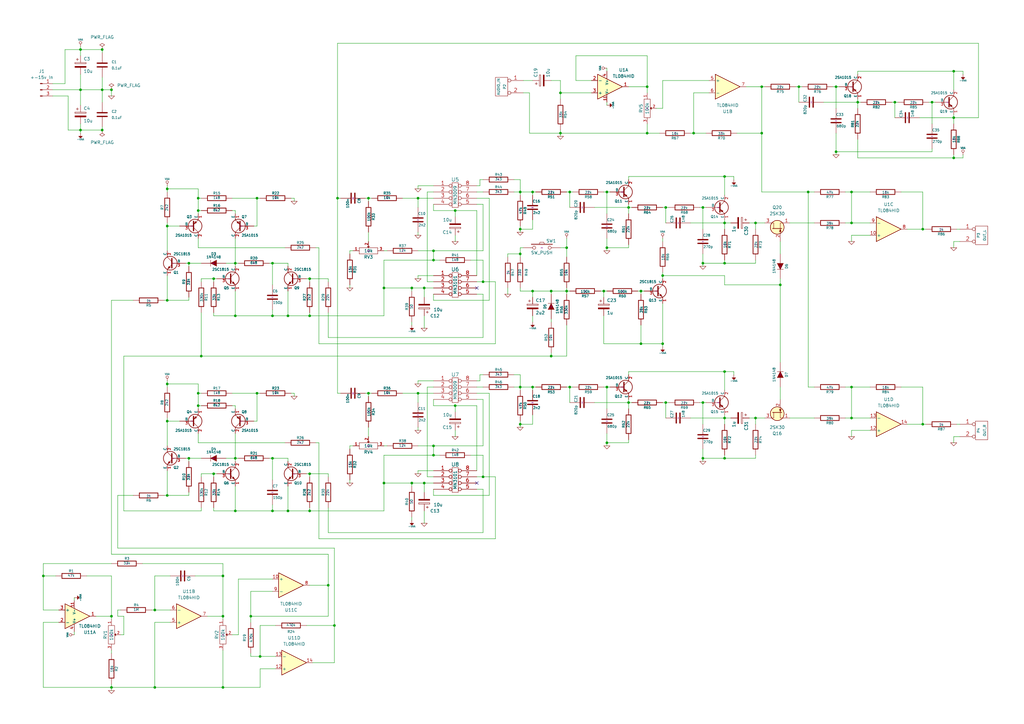
<source format=kicad_sch>
(kicad_sch (version 20250114) (generator "eeschema") (generator_version "9.0")
  (paper "A3")
  (title_block (title "Roland Juno-60 chorus board clone") (date "2025-12-09") (rev "0.0.1") (company "Syboxez") (comment 1 "Special thanks to PolyKit for restoration") (comment 2 "Schematic by GliGli"))
  (junction (at 213.36 78.74))
  (junction (at 151.13 161.29))
  (junction (at 177.8 186.69))
  (junction (at 157.48 198.12))
  (junction (at 232.41 119.38))
  (junction (at 77.47 187.96))
  (junction (at 151.13 81.28))
  (junction (at 171.45 81.28))
  (junction (at 378.46 93.98))
  (junction (at 134.62 240.03))
  (junction (at 257.81 85.09))
  (junction (at 168.91 198.12))
  (junction (at 45.72 281.94))
  (junction (at 248.92 158.75))
  (junction (at 137.16 256.54))
  (junction (at 82.55 146.05))
  (junction (at 81.28 86.36))
  (junction (at 91.44 281.94))
  (junction (at 87.63 194.31))
  (junction (at 391.16 48.26))
  (junction (at 229.87 54.61))
  (junction (at 213.36 93.98))
  (junction (at 297.18 171.45))
  (junction (at 288.29 187.96))
  (junction (at 273.05 165.1))
  (junction (at 297.18 152.4))
  (junction (at 127 114.3))
  (junction (at 173.99 118.11))
  (junction (at 118.11 209.55))
  (junction (at 265.43 35.56))
  (junction (at 41.91 36.83))
  (junction (at 378.46 173.99))
  (junction (at 177.8 102.87))
  (junction (at 265.43 54.61))
  (junction (at 271.78 113.03))
  (junction (at 138.43 81.28))
  (junction (at 186.69 86.36))
  (junction (at 68.58 203.2))
  (junction (at 226.06 146.05))
  (junction (at 248.92 181.61))
  (junction (at 96.52 209.55))
  (junction (at 233.68 78.74))
  (junction (at 391.16 29.21))
  (junction (at 118.11 129.54))
  (junction (at 247.65 119.38))
  (junction (at 213.36 104.14))
  (junction (at 273.05 85.09))
  (junction (at 391.16 64.77))
  (junction (at 96.52 187.96))
  (junction (at 63.5 281.94))
  (junction (at 177.8 182.88))
  (junction (at 17.78 236.22))
  (junction (at 68.58 92.71))
  (junction (at 218.44 158.75))
  (junction (at 127 194.31))
  (junction (at 233.68 158.75))
  (junction (at 96.52 129.54))
  (junction (at 312.42 35.56))
  (junction (at 213.36 173.99))
  (junction (at 331.47 78.74))
  (junction (at 111.76 187.96))
  (junction (at 248.92 78.74))
  (junction (at 288.29 165.1))
  (junction (at 257.81 165.1))
  (junction (at 213.36 158.75))
  (junction (at 33.02 20.32))
  (junction (at 320.04 116.84))
  (junction (at 271.78 140.97))
  (junction (at 81.28 166.37))
  (junction (at 288.29 107.95))
  (junction (at 127 209.55))
  (junction (at 218.44 78.74))
  (junction (at 41.91 20.32))
  (junction (at 229.87 38.1))
  (junction (at 111.76 129.54))
  (junction (at 288.29 85.09))
  (junction (at 349.25 91.44))
  (junction (at 351.79 41.91))
  (junction (at 68.58 157.48))
  (junction (at 96.52 107.95))
  (junction (at 87.63 114.3))
  (junction (at 349.25 171.45))
  (junction (at 232.41 101.6))
  (junction (at 367.03 41.91))
  (junction (at 342.9 35.56))
  (junction (at 262.89 119.38))
  (junction (at 102.87 252.73))
  (junction (at 198.12 115.57))
  (junction (at 309.88 171.45))
  (junction (at 349.25 78.74))
  (junction (at 91.44 252.73))
  (junction (at 297.18 107.95))
  (junction (at 342.9 62.23))
  (junction (at 68.58 123.19))
  (junction (at 186.69 166.37))
  (junction (at 297.18 187.96))
  (junction (at 177.8 106.68))
  (junction (at 262.89 140.97))
  (junction (at 127 129.54))
  (junction (at 41.91 53.34))
  (junction (at 68.58 172.72))
  (junction (at 168.91 118.11))
  (junction (at 327.66 35.56))
  (junction (at 382.27 41.91))
  (junction (at 91.44 236.22))
  (junction (at 309.88 91.44))
  (junction (at 81.28 81.28))
  (junction (at 349.25 158.75))
  (junction (at 68.58 77.47))
  (junction (at 297.18 72.39))
  (junction (at 218.44 119.38))
  (junction (at 226.06 119.38))
  (junction (at 33.02 36.83))
  (junction (at 284.48 54.61))
  (junction (at 77.47 107.95))
  (junction (at 111.76 209.55))
  (junction (at 312.42 54.61))
  (junction (at 111.76 107.95))
  (junction (at 45.72 252.73))
  (junction (at 173.99 198.12))
  (junction (at 105.41 81.28))
  (junction (at 63.5 250.19))
  (junction (at 105.41 161.29))
  (junction (at 157.48 118.11))
  (junction (at 198.12 195.58))
  (junction (at 106.68 269.24))
  (junction (at 33.02 53.34))
  (junction (at 81.28 161.29))
  (junction (at 297.18 91.44))
  (junction (at 171.45 161.29))
  (junction (at 248.92 101.6))
  (junction (at 45.72 36.83))
  (no_connect (at 195.58 198.12))
  (no_connect (at 195.58 118.11))
  (wire (pts (xy 134.62 227.33) (xy 134.62 240.03)))
  (wire (pts (xy 195.58 166.37) (xy 195.58 193.04)))
  (wire (pts (xy 372.11 173.99) (xy 378.46 173.99)))
  (wire (pts (xy 369.57 158.75) (xy 378.46 158.75)))
  (wire (pts (xy 143.51 182.88) (xy 144.78 182.88)))
  (wire (pts (xy 401.32 17.78) (xy 138.43 17.78)))
  (wire (pts (xy 297.18 91.44) (xy 297.18 93.98)))
  (wire (pts (xy 342.9 62.23) (xy 382.27 62.23)))
  (wire (pts (xy 45.72 266.7) (xy 45.72 267.97)))
  (wire (pts (xy 262.89 119.38) (xy 262.89 120.65)))
  (wire (pts (xy 137.16 256.54) (xy 125.73 256.54)))
  (wire (pts (xy 218.44 119.38) (xy 226.06 119.38)))
  (wire (pts (xy 45.72 36.83) (xy 45.72 39.37)))
  (wire (pts (xy 200.66 161.29) (xy 200.66 203.2)))
  (wire (pts (xy 143.51 102.87) (xy 144.78 102.87)))
  (wire (pts (xy 271.78 33.02) (xy 290.83 33.02)))
  (wire (pts (xy 247.65 119.38) (xy 247.65 121.92)))
  (wire (pts (xy 45.72 227.33) (xy 45.72 123.19)))
  (wire (pts (xy 229.87 38.1) (xy 229.87 40.64)))
  (wire (pts (xy 218.44 158.75) (xy 218.44 160.02)))
  (wire (pts (xy 378.46 173.99) (xy 379.73 173.99)))
  (wire (pts (xy 198.12 106.68) (xy 198.12 115.57)))
  (wire (pts (xy 320.04 99.06) (xy 320.04 104.14)))
  (wire (pts (xy 138.43 81.28) (xy 138.43 161.29)))
  (wire (pts (xy 81.28 86.36) (xy 81.28 87.63)))
  (wire (pts (xy 247.65 78.74) (xy 248.92 78.74)))
  (wire (pts (xy 96.52 199.39) (xy 96.52 209.55)))
  (wire (pts (xy 257.81 85.09) (xy 257.81 87.63)))
  (wire (pts (xy 81.28 166.37) (xy 81.28 167.64)))
  (wire (pts (xy 265.43 35.56) (xy 265.43 38.1)))
  (wire (pts (xy 297.18 113.03) (xy 297.18 116.84)))
  (wire (pts (xy 288.29 184.15) (xy 288.29 187.96)))
  (wire (pts (xy 391.16 181.61) (xy 391.16 179.07)))
  (wire (pts (xy 213.36 92.71) (xy 213.36 93.98)))
  (wire (pts (xy 257.81 165.1) (xy 259.08 165.1)))
  (wire (pts (xy 273.05 85.09) (xy 274.32 85.09)))
  (wire (pts (xy 81.28 157.48) (xy 68.58 157.48)))
  (wire (pts (xy 382.27 41.91) (xy 383.54 41.91)))
  (wire (pts (xy 173.99 198.12) (xy 177.8 198.12)))
  (wire (pts (xy 320.04 116.84) (xy 320.04 148.59)))
  (wire (pts (xy 248.92 181.61) (xy 257.81 181.61)))
  (wire (pts (xy 96.52 187.96) (xy 97.79 187.96)))
  (wire (pts (xy 96.52 187.96) (xy 96.52 189.23)))
  (wire (pts (xy 257.81 101.6) (xy 257.81 100.33)))
  (wire (pts (xy 297.18 152.4) (xy 297.18 160.02)))
  (wire (pts (xy 82.55 86.36) (xy 81.28 86.36)))
  (wire (pts (xy 346.71 91.44) (xy 349.25 91.44)))
  (wire (pts (xy 195.58 81.28) (xy 200.66 81.28)))
  (wire (pts (xy 226.06 33.02) (xy 229.87 33.02)))
  (wire (pts (xy 248.92 167.64) (xy 248.92 158.75)))
  (wire (pts (xy 67.31 123.19) (xy 68.58 123.19)))
  (wire (pts (xy 41.91 36.83) (xy 41.91 41.91)))
  (wire (pts (xy 87.63 208.28) (xy 87.63 209.55)))
  (wire (pts (xy 265.43 22.86) (xy 265.43 35.56)))
  (wire (pts (xy 351.79 40.64) (xy 351.79 41.91)))
  (wire (pts (xy 143.51 104.14) (xy 143.51 102.87)))
  (wire (pts (xy 297.18 116.84) (xy 320.04 116.84)))
  (wire (pts (xy 134.62 252.73) (xy 102.87 252.73)))
  (wire (pts (xy 351.79 30.48) (xy 351.79 29.21)))
  (wire (pts (xy 17.78 231.14) (xy 17.78 236.22)))
  (wire (pts (xy 320.04 158.75) (xy 320.04 163.83)))
  (wire (pts (xy 127 194.31) (xy 127 195.58)))
  (wire (pts (xy 87.63 128.27) (xy 87.63 129.54)))
  (wire (pts (xy 118.11 129.54) (xy 111.76 129.54)))
  (wire (pts (xy 195.58 195.58) (xy 198.12 195.58)))
  (wire (pts (xy 213.36 101.6) (xy 214.63 101.6)))
  (wire (pts (xy 236.22 22.86) (xy 265.43 22.86)))
  (wire (pts (xy 48.26 252.73) (xy 48.26 250.19)))
  (wire (pts (xy 177.8 182.88) (xy 198.12 182.88)))
  (wire (pts (xy 168.91 133.35) (xy 168.91 132.08)))
  (wire (pts (xy 91.44 236.22) (xy 91.44 252.73)))
  (wire (pts (xy 284.48 54.61) (xy 289.56 54.61)))
  (wire (pts (xy 203.2 220.98) (xy 203.2 195.58)))
  (wire (pts (xy 96.52 107.95) (xy 97.79 107.95)))
  (wire (pts (xy 30.48 245.11) (xy 30.48 246.38)))
  (wire (pts (xy 195.58 158.75) (xy 198.12 158.75)))
  (wire (pts (xy 198.12 218.44) (xy 198.12 200.66)))
  (wire (pts (xy 195.58 161.29) (xy 200.66 161.29)))
  (wire (pts (xy 111.76 127) (xy 111.76 129.54)))
  (wire (pts (xy 104.14 92.71) (xy 105.41 92.71)))
  (wire (pts (xy 134.62 240.03) (xy 134.62 252.73)))
  (wire (pts (xy 175.26 195.58) (xy 175.26 158.75)))
  (wire (pts (xy 273.05 91.44) (xy 273.05 85.09)))
  (wire (pts (xy 45.72 123.19) (xy 54.61 123.19)))
  (wire (pts (xy 257.81 35.56) (xy 265.43 35.56)))
  (wire (pts (xy 213.36 119.38) (xy 218.44 119.38)))
  (wire (pts (xy 198.12 195.58) (xy 203.2 195.58)))
  (wire (pts (xy 21.59 36.83) (xy 33.02 36.83)))
  (wire (pts (xy 198.12 138.43) (xy 198.12 120.65)))
  (wire (pts (xy 50.8 252.73) (xy 48.26 252.73)))
  (wire (pts (xy 95.25 166.37) (xy 96.52 166.37)))
  (wire (pts (xy 171.45 161.29) (xy 177.8 161.29)))
  (wire (pts (xy 218.44 93.98) (xy 218.44 90.17)))
  (wire (pts (xy 297.18 170.18) (xy 297.18 171.45)))
  (wire (pts (xy 210.82 153.67) (xy 213.36 153.67)))
  (wire (pts (xy 351.79 41.91) (xy 351.79 44.45)))
  (wire (pts (xy 106.68 256.54) (xy 113.03 256.54)))
  (wire (pts (xy 111.76 116.84) (xy 111.76 107.95)))
  (wire (pts (xy 271.78 44.45) (xy 271.78 33.02)))
  (wire (pts (xy 257.81 73.66) (xy 257.81 72.39)))
  (wire (pts (xy 33.02 53.34) (xy 33.02 54.61)))
  (wire (pts (xy 33.02 19.05) (xy 33.02 20.32)))
  (wire (pts (xy 77.47 187.96) (xy 82.55 187.96)))
  (wire (pts (xy 247.65 140.97) (xy 262.89 140.97)))
  (wire (pts (xy 127 114.3) (xy 127 115.57)))
  (wire (pts (xy 130.81 220.98) (xy 203.2 220.98)))
  (wire (pts (xy 203.2 140.97) (xy 203.2 115.57)))
  (wire (pts (xy 195.58 76.2) (xy 196.85 76.2)))
  (wire (pts (xy 218.44 129.54) (xy 218.44 132.08)))
  (wire (pts (xy 177.8 86.36) (xy 186.69 86.36)))
  (wire (pts (xy 129.54 101.6) (xy 130.81 101.6)))
  (wire (pts (xy 257.81 85.09) (xy 259.08 85.09)))
  (wire (pts (xy 198.12 120.65) (xy 195.58 120.65)))
  (wire (pts (xy 232.41 78.74) (xy 233.68 78.74)))
  (wire (pts (xy 67.31 203.2) (xy 68.58 203.2)))
  (wire (pts (xy 312.42 54.61) (xy 312.42 78.74)))
  (wire (pts (xy 68.58 123.19) (xy 77.47 123.19)))
  (wire (pts (xy 269.24 44.45) (xy 271.78 44.45)))
  (wire (pts (xy 331.47 78.74) (xy 334.01 78.74)))
  (wire (pts (xy 213.36 158.75) (xy 213.36 160.02)))
  (wire (pts (xy 68.58 203.2) (xy 77.47 203.2)))
  (wire (pts (xy 102.87 269.24) (xy 106.68 269.24)))
  (wire (pts (xy 87.63 195.58) (xy 87.63 194.31)))
  (wire (pts (xy 213.36 173.99) (xy 213.36 175.26)))
  (wire (pts (xy 195.58 163.83) (xy 198.12 163.83)))
  (wire (pts (xy 95.25 86.36) (xy 96.52 86.36)))
  (wire (pts (xy 143.51 118.11) (xy 143.51 116.84)))
  (wire (pts (xy 151.13 179.07) (xy 151.13 175.26)))
  (wire (pts (xy 213.36 158.75) (xy 218.44 158.75)))
  (wire (pts (xy 158.75 182.88) (xy 157.48 182.88)))
  (wire (pts (xy 233.68 78.74) (xy 234.95 78.74)))
  (wire (pts (xy 312.42 35.56) (xy 313.69 35.56)))
  (wire (pts (xy 33.02 50.8) (xy 33.02 53.34)))
  (wire (pts (xy 111.76 207.01) (xy 111.76 209.55)))
  (wire (pts (xy 208.28 105.41) (xy 208.28 104.14)))
  (wire (pts (xy 200.66 203.2) (xy 177.8 203.2)))
  (wire (pts (xy 265.43 54.61) (xy 270.51 54.61)))
  (wire (pts (xy 262.89 133.35) (xy 262.89 140.97)))
  (wire (pts (xy 213.36 104.14) (xy 213.36 105.41)))
  (wire (pts (xy 168.91 198.12) (xy 168.91 199.39)))
  (wire (pts (xy 232.41 158.75) (xy 233.68 158.75)))
  (wire (pts (xy 41.91 21.59) (xy 41.91 20.32)))
  (wire (pts (xy 48.26 203.2) (xy 54.61 203.2)))
  (wire (pts (xy 391.16 99.06) (xy 393.7 99.06)))
  (wire (pts (xy 91.44 281.94) (xy 91.44 266.7)))
  (wire (pts (xy 48.26 250.19) (xy 49.53 250.19)))
  (wire (pts (xy 232.41 118.11) (xy 232.41 119.38)))
  (wire (pts (xy 68.58 156.21) (xy 68.58 157.48)))
  (wire (pts (xy 288.29 187.96) (xy 297.18 187.96)))
  (wire (pts (xy 218.44 78.74) (xy 219.71 78.74)))
  (wire (pts (xy 349.25 91.44) (xy 349.25 78.74)))
  (wire (pts (xy 68.58 91.44) (xy 68.58 92.71)))
  (wire (pts (xy 134.62 227.33) (xy 45.72 227.33)))
  (wire (pts (xy 177.8 166.37) (xy 186.69 166.37)))
  (wire (pts (xy 96.52 129.54) (xy 87.63 129.54)))
  (wire (pts (xy 17.78 281.94) (xy 45.72 281.94)))
  (wire (pts (xy 177.8 123.19) (xy 177.8 120.65)))
  (wire (pts (xy 134.62 194.31) (xy 134.62 195.58)))
  (wire (pts (xy 309.88 107.95) (xy 309.88 106.68)))
  (wire (pts (xy 210.82 78.74) (xy 213.36 78.74)))
  (wire (pts (xy 81.28 77.47) (xy 81.28 81.28)))
  (wire (pts (xy 265.43 54.61) (xy 265.43 50.8)))
  (wire (pts (xy 229.87 33.02) (xy 229.87 38.1)))
  (wire (pts (xy 177.8 106.68) (xy 180.34 106.68)))
  (wire (pts (xy 41.91 52.07) (xy 41.91 53.34)))
  (wire (pts (xy 33.02 20.32) (xy 33.02 22.86)))
  (wire (pts (xy 288.29 107.95) (xy 288.29 109.22)))
  (wire (pts (xy 193.04 106.68) (xy 198.12 106.68)))
  (wire (pts (xy 323.85 91.44) (xy 334.01 91.44)))
  (wire (pts (xy 81.28 81.28) (xy 82.55 81.28)))
  (wire (pts (xy 300.99 152.4) (xy 300.99 153.67)))
  (wire (pts (xy 218.44 173.99) (xy 218.44 170.18)))
  (wire (pts (xy 171.45 96.52) (xy 171.45 95.25)))
  (wire (pts (xy 92.71 187.96) (xy 96.52 187.96)))
  (wire (pts (xy 118.11 187.96) (xy 118.11 189.23)))
  (wire (pts (xy 81.28 181.61) (xy 81.28 177.8)))
  (wire (pts (xy 248.92 43.18) (xy 248.92 41.91)))
  (wire (pts (xy 309.88 91.44) (xy 313.69 91.44)))
  (wire (pts (xy 30.48 260.35) (xy 30.48 259.08)))
  (wire (pts (xy 173.99 118.11) (xy 173.99 121.92)))
  (wire (pts (xy 331.47 78.74) (xy 331.47 158.75)))
  (wire (pts (xy 300.99 72.39) (xy 300.99 73.66)))
  (wire (pts (xy 39.37 252.73) (xy 45.72 252.73)))
  (wire (pts (xy 307.34 91.44) (xy 309.88 91.44)))
  (wire (pts (xy 173.99 198.12) (xy 173.99 201.93)))
  (wire (pts (xy 27.94 53.34) (xy 33.02 53.34)))
  (wire (pts (xy 151.13 99.06) (xy 151.13 95.25)))
  (wire (pts (xy 257.81 163.83) (xy 257.81 165.1)))
  (wire (pts (xy 369.57 78.74) (xy 378.46 78.74)))
  (wire (pts (xy 186.69 86.36) (xy 186.69 88.9)))
  (wire (pts (xy 81.28 157.48) (xy 81.28 161.29)))
  (wire (pts (xy 232.41 97.79) (xy 232.41 101.6)))
  (wire (pts (xy 247.65 158.75) (xy 248.92 158.75)))
  (wire (pts (xy 118.11 209.55) (xy 111.76 209.55)))
  (wire (pts (xy 297.18 91.44) (xy 299.72 91.44)))
  (wire (pts (xy 273.05 171.45) (xy 273.05 165.1)))
  (wire (pts (xy 105.41 81.28) (xy 106.68 81.28)))
  (wire (pts (xy 111.76 196.85) (xy 111.76 187.96)))
  (wire (pts (xy 130.81 181.61) (xy 130.81 220.98)))
  (wire (pts (xy 106.68 269.24) (xy 113.03 269.24)))
  (wire (pts (xy 82.55 166.37) (xy 81.28 166.37)))
  (wire (pts (xy 82.55 209.55) (xy 50.8 209.55)))
  (wire (pts (xy 284.48 54.61) (xy 284.48 38.1)))
  (wire (pts (xy 213.36 153.67) (xy 213.36 158.75)))
  (wire (pts (xy 137.16 224.79) (xy 137.16 256.54)))
  (wire (pts (xy 68.58 76.2) (xy 68.58 77.47)))
  (wire (pts (xy 45.72 236.22) (xy 45.72 252.73)))
  (wire (pts (xy 271.78 111.76) (xy 271.78 113.03)))
  (wire (pts (xy 346.71 158.75) (xy 349.25 158.75)))
  (wire (pts (xy 229.87 38.1) (xy 242.57 38.1)))
  (wire (pts (xy 248.92 78.74) (xy 250.19 78.74)))
  (wire (pts (xy 97.79 237.49) (xy 111.76 237.49)))
  (wire (pts (xy 378.46 93.98) (xy 379.73 93.98)))
  (wire (pts (xy 134.62 138.43) (xy 198.12 138.43)))
  (wire (pts (xy 165.1 161.29) (xy 171.45 161.29)))
  (wire (pts (xy 247.65 119.38) (xy 248.92 119.38)))
  (wire (pts (xy 198.12 102.87) (xy 198.12 83.82)))
  (wire (pts (xy 105.41 92.71) (xy 105.41 81.28)))
  (wire (pts (xy 297.18 90.17) (xy 297.18 91.44)))
  (wire (pts (xy 127 209.55) (xy 118.11 209.55)))
  (wire (pts (xy 186.69 86.36) (xy 195.58 86.36)))
  (wire (pts (xy 218.44 158.75) (xy 219.71 158.75)))
  (wire (pts (xy 177.8 102.87) (xy 198.12 102.87)))
  (wire (pts (xy 21.59 34.29) (xy 26.67 34.29)))
  (wire (pts (xy 33.02 36.83) (xy 33.02 43.18)))
  (wire (pts (xy 127 129.54) (xy 118.11 129.54)))
  (wire (pts (xy 288.29 93.98) (xy 288.29 85.09)))
  (wire (pts (xy 218.44 78.74) (xy 218.44 80.01)))
  (wire (pts (xy 68.58 77.47) (xy 68.58 78.74)))
  (wire (pts (xy 271.78 99.06) (xy 271.78 97.79)))
  (wire (pts (xy 213.36 78.74) (xy 213.36 80.01)))
  (wire (pts (xy 271.78 85.09) (xy 273.05 85.09)))
  (wire (pts (xy 22.86 236.22) (xy 17.78 236.22)))
  (wire (pts (xy 91.44 231.14) (xy 91.44 236.22)))
  (wire (pts (xy 312.42 35.56) (xy 312.42 54.61)))
  (wire (pts (xy 102.87 242.57) (xy 111.76 242.57)))
  (wire (pts (xy 195.58 156.21) (xy 196.85 156.21)))
  (wire (pts (xy 196.85 73.66) (xy 198.12 73.66)))
  (wire (pts (xy 157.48 186.69) (xy 157.48 198.12)))
  (wire (pts (xy 331.47 158.75) (xy 334.01 158.75)))
  (wire (pts (xy 236.22 33.02) (xy 236.22 22.86)))
  (wire (pts (xy 271.78 165.1) (xy 273.05 165.1)))
  (wire (pts (xy 45.72 281.94) (xy 63.5 281.94)))
  (wire (pts (xy 248.92 177.8) (xy 248.92 181.61)))
  (wire (pts (xy 171.45 182.88) (xy 177.8 182.88)))
  (wire (pts (xy 41.91 53.34) (xy 33.02 53.34)))
  (wire (pts (xy 198.12 182.88) (xy 198.12 163.83)))
  (wire (pts (xy 63.5 255.27) (xy 69.85 255.27)))
  (wire (pts (xy 195.58 78.74) (xy 198.12 78.74)))
  (wire (pts (xy 273.05 165.1) (xy 274.32 165.1)))
  (wire (pts (xy 41.91 36.83) (xy 33.02 36.83)))
  (wire (pts (xy 198.12 200.66) (xy 195.58 200.66)))
  (wire (pts (xy 297.18 107.95) (xy 309.88 107.95)))
  (wire (pts (xy 171.45 193.04) (xy 177.8 193.04)))
  (wire (pts (xy 173.99 209.55) (xy 173.99 214.63)))
  (wire (pts (xy 394.97 29.21) (xy 394.97 30.48)))
  (wire (pts (xy 312.42 78.74) (xy 331.47 78.74)))
  (wire (pts (xy 391.16 48.26) (xy 401.32 48.26)))
  (wire (pts (xy 17.78 250.19) (xy 24.13 250.19)))
  (wire (pts (xy 130.81 140.97) (xy 203.2 140.97)))
  (wire (pts (xy 91.44 236.22) (xy 80.01 236.22)))
  (wire (pts (xy 177.8 83.82) (xy 177.8 86.36)))
  (wire (pts (xy 186.69 96.52) (xy 186.69 99.06)))
  (wire (pts (xy 35.56 236.22) (xy 45.72 236.22)))
  (wire (pts (xy 68.58 92.71) (xy 73.66 92.71)))
  (wire (pts (xy 171.45 102.87) (xy 177.8 102.87)))
  (wire (pts (xy 106.68 274.32) (xy 113.03 274.32)))
  (wire (pts (xy 232.41 101.6) (xy 232.41 105.41)))
  (wire (pts (xy 157.48 198.12) (xy 157.48 209.55)))
  (wire (pts (xy 349.25 158.75) (xy 356.87 158.75)))
  (wire (pts (xy 349.25 179.07) (xy 349.25 176.53)))
  (wire (pts (xy 87.63 194.31) (xy 88.9 194.31)))
  (wire (pts (xy 158.75 102.87) (xy 157.48 102.87)))
  (wire (pts (xy 327.66 35.56) (xy 327.66 41.91)))
  (wire (pts (xy 81.28 77.47) (xy 68.58 77.47)))
  (wire (pts (xy 95.25 81.28) (xy 105.41 81.28)))
  (wire (pts (xy 85.09 252.73) (xy 91.44 252.73)))
  (wire (pts (xy 229.87 54.61) (xy 229.87 55.88)))
  (wire (pts (xy 151.13 82.55) (xy 151.13 81.28)))
  (wire (pts (xy 349.25 176.53) (xy 356.87 176.53)))
  (wire (pts (xy 175.26 158.75) (xy 177.8 158.75)))
  (wire (pts (xy 392.43 173.99) (xy 393.7 173.99)))
  (wire (pts (xy 214.63 33.02) (xy 218.44 33.02)))
  (wire (pts (xy 288.29 107.95) (xy 297.18 107.95)))
  (wire (pts (xy 151.13 161.29) (xy 152.4 161.29)))
  (wire (pts (xy 45.72 252.73) (xy 45.72 254)))
  (wire (pts (xy 157.48 129.54) (xy 127 129.54)))
  (wire (pts (xy 175.26 115.57) (xy 177.8 115.57)))
  (wire (pts (xy 186.69 166.37) (xy 195.58 166.37)))
  (wire (pts (xy 17.78 281.94) (xy 17.78 255.27)))
  (wire (pts (xy 394.97 64.77) (xy 394.97 63.5)))
  (wire (pts (xy 111.76 129.54) (xy 96.52 129.54)))
  (wire (pts (xy 248.92 158.75) (xy 250.19 158.75)))
  (wire (pts (xy 96.52 209.55) (xy 87.63 209.55)))
  (wire (pts (xy 63.5 281.94) (xy 91.44 281.94)))
  (wire (pts (xy 130.81 101.6) (xy 130.81 140.97)))
  (wire (pts (xy 177.8 203.2) (xy 177.8 200.66)))
  (wire (pts (xy 125.73 114.3) (xy 127 114.3)))
  (wire (pts (xy 351.79 64.77) (xy 351.79 57.15)))
  (wire (pts (xy 106.68 256.54) (xy 106.68 269.24)))
  (wire (pts (xy 171.45 114.3) (xy 171.45 113.03)))
  (wire (pts (xy 378.46 158.75) (xy 378.46 173.99)))
  (wire (pts (xy 68.58 113.03) (xy 68.58 123.19)))
  (wire (pts (xy 297.18 107.95) (xy 297.18 106.68)))
  (wire (pts (xy 171.45 156.21) (xy 177.8 156.21)))
  (wire (pts (xy 195.58 115.57) (xy 198.12 115.57)))
  (wire (pts (xy 213.36 173.99) (xy 218.44 173.99)))
  (wire (pts (xy 306.07 35.56) (xy 312.42 35.56)))
  (wire (pts (xy 82.55 194.31) (xy 87.63 194.31)))
  (wire (pts (xy 320.04 114.3) (xy 320.04 116.84)))
  (wire (pts (xy 50.8 146.05) (xy 82.55 146.05)))
  (wire (pts (xy 68.58 171.45) (xy 68.58 172.72)))
  (wire (pts (xy 149.86 81.28) (xy 151.13 81.28)))
  (wire (pts (xy 82.55 195.58) (xy 82.55 194.31)))
  (wire (pts (xy 76.2 107.95) (xy 77.47 107.95)))
  (wire (pts (xy 287.02 85.09) (xy 288.29 85.09)))
  (wire (pts (xy 341.63 35.56) (xy 342.9 35.56)))
  (wire (pts (xy 233.68 158.75) (xy 234.95 158.75)))
  (wire (pts (xy 96.52 86.36) (xy 96.52 87.63)))
  (wire (pts (xy 102.87 242.57) (xy 102.87 252.73)))
  (wire (pts (xy 138.43 81.28) (xy 139.7 81.28)))
  (wire (pts (xy 349.25 171.45) (xy 356.87 171.45)))
  (wire (pts (xy 96.52 97.79) (xy 96.52 107.95)))
  (wire (pts (xy 82.55 128.27) (xy 82.55 146.05)))
  (wire (pts (xy 127 114.3) (xy 134.62 114.3)))
  (wire (pts (xy 226.06 146.05) (xy 226.06 144.78)))
  (wire (pts (xy 271.78 140.97) (xy 271.78 142.24)))
  (wire (pts (xy 213.36 73.66) (xy 213.36 78.74)))
  (wire (pts (xy 186.69 176.53) (xy 186.69 179.07)))
  (wire (pts (xy 143.51 184.15) (xy 143.51 182.88)))
  (wire (pts (xy 365.76 41.91) (xy 367.03 41.91)))
  (wire (pts (xy 391.16 48.26) (xy 391.16 50.8)))
  (wire (pts (xy 271.78 113.03) (xy 271.78 114.3)))
  (wire (pts (xy 257.81 181.61) (xy 257.81 180.34)))
  (wire (pts (xy 232.41 119.38) (xy 232.41 120.65)))
  (wire (pts (xy 26.67 20.32) (xy 33.02 20.32)))
  (wire (pts (xy 262.89 140.97) (xy 271.78 140.97)))
  (wire (pts (xy 229.87 54.61) (xy 265.43 54.61)))
  (wire (pts (xy 232.41 101.6) (xy 229.87 101.6)))
  (wire (pts (xy 96.52 107.95) (xy 96.52 109.22)))
  (wire (pts (xy 391.16 29.21) (xy 391.16 36.83)))
  (wire (pts (xy 248.92 97.79) (xy 248.92 101.6)))
  (wire (pts (xy 271.78 113.03) (xy 297.18 113.03)))
  (wire (pts (xy 168.91 213.36) (xy 168.91 212.09)))
  (wire (pts (xy 351.79 41.91) (xy 353.06 41.91)))
  (wire (pts (xy 401.32 48.26) (xy 401.32 17.78)))
  (wire (pts (xy 177.8 102.87) (xy 177.8 106.68)))
  (wire (pts (xy 134.62 218.44) (xy 198.12 218.44)))
  (wire (pts (xy 77.47 189.23) (xy 77.47 187.96)))
  (wire (pts (xy 41.91 31.75) (xy 41.91 36.83)))
  (wire (pts (xy 200.66 81.28) (xy 200.66 123.19)))
  (wire (pts (xy 175.26 115.57) (xy 175.26 78.74)))
  (wire (pts (xy 257.81 72.39) (xy 297.18 72.39)))
  (wire (pts (xy 17.78 236.22) (xy 17.78 250.19)))
  (wire (pts (xy 232.41 146.05) (xy 232.41 133.35)))
  (wire (pts (xy 326.39 35.56) (xy 327.66 35.56)))
  (wire (pts (xy 309.88 93.98) (xy 309.88 91.44)))
  (wire (pts (xy 45.72 281.94) (xy 45.72 283.21)))
  (wire (pts (xy 226.06 146.05) (xy 232.41 146.05)))
  (wire (pts (xy 68.58 172.72) (xy 73.66 172.72)))
  (wire (pts (xy 157.48 106.68) (xy 157.48 118.11)))
  (wire (pts (xy 381 41.91) (xy 382.27 41.91)))
  (wire (pts (xy 287.02 165.1) (xy 288.29 165.1)))
  (wire (pts (xy 297.18 72.39) (xy 300.99 72.39)))
  (wire (pts (xy 288.29 187.96) (xy 288.29 189.23)))
  (wire (pts (xy 91.44 281.94) (xy 106.68 281.94)))
  (wire (pts (xy 391.16 63.5) (xy 391.16 64.77)))
  (wire (pts (xy 151.13 81.28) (xy 152.4 81.28)))
  (wire (pts (xy 288.29 165.1) (xy 289.56 165.1)))
  (wire (pts (xy 118.11 107.95) (xy 118.11 109.22)))
  (wire (pts (xy 96.52 166.37) (xy 96.52 167.64)))
  (wire (pts (xy 134.62 114.3) (xy 134.62 115.57)))
  (wire (pts (xy 97.79 260.35) (xy 97.79 237.49)))
  (wire (pts (xy 77.47 203.2) (xy 77.47 201.93)))
  (wire (pts (xy 105.41 172.72) (xy 105.41 161.29)))
  (wire (pts (xy 284.48 38.1) (xy 290.83 38.1)))
  (wire (pts (xy 82.55 208.28) (xy 82.55 209.55)))
  (wire (pts (xy 116.84 101.6) (xy 81.28 101.6)))
  (wire (pts (xy 323.85 171.45) (xy 334.01 171.45)))
  (wire (pts (xy 297.18 171.45) (xy 297.18 173.99)))
  (wire (pts (xy 210.82 73.66) (xy 213.36 73.66)))
  (wire (pts (xy 349.25 96.52) (xy 356.87 96.52)))
  (wire (pts (xy 33.02 30.48) (xy 33.02 36.83)))
  (wire (pts (xy 236.22 33.02) (xy 242.57 33.02)))
  (wire (pts (xy 68.58 193.04) (xy 68.58 203.2)))
  (wire (pts (xy 138.43 161.29) (xy 139.7 161.29)))
  (wire (pts (xy 95.25 260.35) (xy 97.79 260.35)))
  (wire (pts (xy 213.36 101.6) (xy 213.36 104.14)))
  (wire (pts (xy 346.71 78.74) (xy 349.25 78.74)))
  (wire (pts (xy 349.25 91.44) (xy 356.87 91.44)))
  (wire (pts (xy 177.8 182.88) (xy 177.8 186.69)))
  (wire (pts (xy 49.53 260.35) (xy 50.8 260.35)))
  (wire (pts (xy 17.78 255.27) (xy 24.13 255.27)))
  (wire (pts (xy 309.88 187.96) (xy 309.88 186.69)))
  (wire (pts (xy 45.72 36.83) (xy 41.91 36.83)))
  (wire (pts (xy 105.41 161.29) (xy 106.68 161.29)))
  (wire (pts (xy 69.85 236.22) (xy 63.5 236.22)))
  (wire (pts (xy 171.45 81.28) (xy 177.8 81.28)))
  (wire (pts (xy 309.88 171.45) (xy 313.69 171.45)))
  (wire (pts (xy 125.73 194.31) (xy 127 194.31)))
  (wire (pts (xy 391.16 46.99) (xy 391.16 48.26)))
  (wire (pts (xy 297.18 187.96) (xy 297.18 186.69)))
  (wire (pts (xy 283.21 54.61) (xy 284.48 54.61)))
  (wire (pts (xy 175.26 78.74) (xy 177.8 78.74)))
  (wire (pts (xy 392.43 93.98) (xy 393.7 93.98)))
  (wire (pts (xy 81.28 161.29) (xy 82.55 161.29)))
  (wire (pts (xy 218.44 119.38) (xy 218.44 121.92)))
  (wire (pts (xy 48.26 203.2) (xy 48.26 224.79)))
  (wire (pts (xy 248.92 87.63) (xy 248.92 78.74)))
  (wire (pts (xy 391.16 64.77) (xy 394.97 64.77)))
  (wire (pts (xy 248.92 101.6) (xy 257.81 101.6)))
  (wire (pts (xy 372.11 93.98) (xy 378.46 93.98)))
  (wire (pts (xy 367.03 41.91) (xy 368.3 41.91)))
  (wire (pts (xy 120.65 81.28) (xy 120.65 82.55)))
  (wire (pts (xy 171.45 176.53) (xy 171.45 175.26)))
  (wire (pts (xy 96.52 119.38) (xy 96.52 129.54)))
  (wire (pts (xy 213.36 93.98) (xy 213.36 95.25)))
  (wire (pts (xy 342.9 35.56) (xy 344.17 35.56)))
  (wire (pts (xy 21.59 39.37) (xy 27.94 39.37)))
  (wire (pts (xy 157.48 198.12) (xy 168.91 198.12)))
  (wire (pts (xy 377.19 48.26) (xy 391.16 48.26)))
  (wire (pts (xy 168.91 118.11) (xy 168.91 119.38)))
  (wire (pts (xy 246.38 119.38) (xy 247.65 119.38)))
  (wire (pts (xy 119.38 81.28) (xy 120.65 81.28)))
  (wire (pts (xy 196.85 76.2) (xy 196.85 73.66)))
  (wire (pts (xy 171.45 165.1) (xy 171.45 161.29)))
  (wire (pts (xy 120.65 161.29) (xy 120.65 162.56)))
  (wire (pts (xy 110.49 187.96) (xy 111.76 187.96)))
  (wire (pts (xy 342.9 62.23) (xy 342.9 63.5)))
  (wire (pts (xy 171.45 76.2) (xy 177.8 76.2)))
  (wire (pts (xy 367.03 48.26) (xy 367.03 41.91)))
  (wire (pts (xy 288.29 104.14) (xy 288.29 107.95)))
  (wire (pts (xy 127 194.31) (xy 134.62 194.31)))
  (wire (pts (xy 196.85 156.21) (xy 196.85 153.67)))
  (wire (pts (xy 213.36 78.74) (xy 218.44 78.74)))
  (wire (pts (xy 382.27 50.8) (xy 382.27 41.91)))
  (wire (pts (xy 63.5 236.22) (xy 63.5 250.19)))
  (wire (pts (xy 129.54 181.61) (xy 130.81 181.61)))
  (wire (pts (xy 41.91 20.32) (xy 33.02 20.32)))
  (wire (pts (xy 346.71 171.45) (xy 349.25 171.45)))
  (wire (pts (xy 134.62 128.27) (xy 134.62 138.43)))
  (wire (pts (xy 391.16 29.21) (xy 394.97 29.21)))
  (wire (pts (xy 82.55 115.57) (xy 82.55 114.3)))
  (wire (pts (xy 63.5 250.19) (xy 69.85 250.19)))
  (wire (pts (xy 45.72 280.67) (xy 45.72 281.94)))
  (wire (pts (xy 233.68 78.74) (xy 233.68 85.09)))
  (wire (pts (xy 307.34 171.45) (xy 309.88 171.45)))
  (wire (pts (xy 62.23 250.19) (xy 63.5 250.19)))
  (wire (pts (xy 77.47 107.95) (xy 82.55 107.95)))
  (wire (pts (xy 27.94 39.37) (xy 27.94 53.34)))
  (wire (pts (xy 349.25 99.06) (xy 349.25 96.52)))
  (wire (pts (xy 116.84 181.61) (xy 81.28 181.61)))
  (wire (pts (xy 111.76 209.55) (xy 96.52 209.55)))
  (wire (pts (xy 157.48 118.11) (xy 157.48 129.54)))
  (wire (pts (xy 257.81 153.67) (xy 257.81 152.4)))
  (wire (pts (xy 213.36 118.11) (xy 213.36 119.38)))
  (wire (pts (xy 81.28 161.29) (xy 81.28 166.37)))
  (wire (pts (xy 297.18 171.45) (xy 299.72 171.45)))
  (wire (pts (xy 208.28 118.11) (xy 208.28 120.65)))
  (wire (pts (xy 271.78 124.46) (xy 271.78 140.97)))
  (wire (pts (xy 288.29 173.99) (xy 288.29 165.1)))
  (wire (pts (xy 297.18 152.4) (xy 300.99 152.4)))
  (wire (pts (xy 196.85 153.67) (xy 198.12 153.67)))
  (wire (pts (xy 77.47 123.19) (xy 77.47 121.92)))
  (wire (pts (xy 48.26 224.79) (xy 137.16 224.79)))
  (wire (pts (xy 95.25 161.29) (xy 105.41 161.29)))
  (wire (pts (xy 288.29 85.09) (xy 289.56 85.09)))
  (wire (pts (xy 248.92 27.94) (xy 248.92 29.21)))
  (wire (pts (xy 337.82 41.91) (xy 351.79 41.91)))
  (wire (pts (xy 102.87 267.97) (xy 102.87 269.24)))
  (wire (pts (xy 214.63 38.1) (xy 217.17 38.1)))
  (wire (pts (xy 171.45 113.03) (xy 177.8 113.03)))
  (wire (pts (xy 87.63 114.3) (xy 88.9 114.3)))
  (wire (pts (xy 82.55 146.05) (xy 226.06 146.05)))
  (wire (pts (xy 229.87 53.34) (xy 229.87 54.61)))
  (wire (pts (xy 17.78 231.14) (xy 45.72 231.14)))
  (wire (pts (xy 68.58 172.72) (xy 68.58 182.88)))
  (wire (pts (xy 283.21 91.44) (xy 297.18 91.44)))
  (wire (pts (xy 213.36 93.98) (xy 218.44 93.98)))
  (wire (pts (xy 104.14 172.72) (xy 105.41 172.72)))
  (wire (pts (xy 198.12 186.69) (xy 198.12 195.58)))
  (wire (pts (xy 351.79 29.21) (xy 391.16 29.21)))
  (wire (pts (xy 91.44 252.73) (xy 91.44 254)))
  (wire (pts (xy 351.79 64.77) (xy 391.16 64.77)))
  (wire (pts (xy 200.66 123.19) (xy 177.8 123.19)))
  (wire (pts (xy 157.48 106.68) (xy 177.8 106.68)))
  (wire (pts (xy 177.8 186.69) (xy 180.34 186.69)))
  (wire (pts (xy 327.66 35.56) (xy 328.93 35.56)))
  (wire (pts (xy 198.12 115.57) (xy 203.2 115.57)))
  (wire (pts (xy 92.71 107.95) (xy 96.52 107.95)))
  (wire (pts (xy 68.58 157.48) (xy 68.58 158.75)))
  (wire (pts (xy 226.06 119.38) (xy 226.06 120.65)))
  (wire (pts (xy 171.45 85.09) (xy 171.45 81.28)))
  (wire (pts (xy 171.45 157.48) (xy 171.45 156.21)))
  (wire (pts (xy 157.48 209.55) (xy 127 209.55)))
  (wire (pts (xy 173.99 129.54) (xy 173.99 134.62)))
  (wire (pts (xy 168.91 118.11) (xy 173.99 118.11)))
  (wire (pts (xy 257.81 165.1) (xy 257.81 167.64)))
  (wire (pts (xy 96.52 177.8) (xy 96.52 187.96)))
  (wire (pts (xy 128.27 271.78) (xy 137.16 271.78)))
  (wire (pts (xy 58.42 231.14) (xy 91.44 231.14)))
  (wire (pts (xy 81.28 101.6) (xy 81.28 97.79)))
  (wire (pts (xy 262.89 119.38) (xy 264.16 119.38)))
  (wire (pts (xy 118.11 199.39) (xy 118.11 209.55)))
  (wire (pts (xy 157.48 118.11) (xy 168.91 118.11)))
  (wire (pts (xy 134.62 208.28) (xy 134.62 218.44)))
  (wire (pts (xy 151.13 162.56) (xy 151.13 161.29)))
  (wire (pts (xy 283.21 171.45) (xy 297.18 171.45)))
  (wire (pts (xy 243.84 85.09) (xy 257.81 85.09)))
  (wire (pts (xy 378.46 78.74) (xy 378.46 93.98)))
  (wire (pts (xy 247.65 129.54) (xy 247.65 140.97)))
  (wire (pts (xy 168.91 198.12) (xy 173.99 198.12)))
  (wire (pts (xy 171.45 77.47) (xy 171.45 76.2)))
  (wire (pts (xy 68.58 92.71) (xy 68.58 102.87)))
  (wire (pts (xy 127 209.55) (xy 127 208.28)))
  (wire (pts (xy 63.5 281.94) (xy 63.5 255.27)))
  (wire (pts (xy 248.92 101.6) (xy 248.92 102.87)))
  (wire (pts (xy 342.9 54.61) (xy 342.9 62.23)))
  (wire (pts (xy 165.1 81.28) (xy 171.45 81.28)))
  (wire (pts (xy 309.88 173.99) (xy 309.88 171.45)))
  (wire (pts (xy 76.2 187.96) (xy 77.47 187.96)))
  (wire (pts (xy 349.25 78.74) (xy 356.87 78.74)))
  (wire (pts (xy 226.06 119.38) (xy 232.41 119.38)))
  (wire (pts (xy 257.81 83.82) (xy 257.81 85.09)))
  (wire (pts (xy 110.49 107.95) (xy 111.76 107.95)))
  (wire (pts (xy 26.67 20.32) (xy 26.67 34.29)))
  (wire (pts (xy 106.68 281.94) (xy 106.68 274.32)))
  (wire (pts (xy 297.18 72.39) (xy 297.18 80.01)))
  (wire (pts (xy 149.86 161.29) (xy 151.13 161.29)))
  (wire (pts (xy 111.76 187.96) (xy 118.11 187.96)))
  (wire (pts (xy 186.69 166.37) (xy 186.69 168.91)))
  (wire (pts (xy 127 240.03) (xy 134.62 240.03)))
  (wire (pts (xy 297.18 187.96) (xy 309.88 187.96)))
  (wire (pts (xy 50.8 209.55) (xy 50.8 146.05)))
  (wire (pts (xy 208.28 104.14) (xy 213.36 104.14)))
  (wire (pts (xy 217.17 54.61) (xy 229.87 54.61)))
  (wire (pts (xy 210.82 158.75) (xy 213.36 158.75)))
  (wire (pts (xy 342.9 44.45) (xy 342.9 35.56)))
  (wire (pts (xy 391.16 101.6) (xy 391.16 99.06)))
  (wire (pts (xy 226.06 132.08) (xy 226.06 130.81)))
  (wire (pts (xy 111.76 107.95) (xy 118.11 107.95)))
  (wire (pts (xy 119.38 161.29) (xy 120.65 161.29)))
  (wire (pts (xy 257.81 152.4) (xy 297.18 152.4)))
  (wire (pts (xy 102.87 252.73) (xy 102.87 255.27)))
  (wire (pts (xy 127 129.54) (xy 127 128.27)))
  (wire (pts (xy 177.8 163.83) (xy 177.8 166.37)))
  (wire (pts (xy 243.84 165.1) (xy 257.81 165.1)))
  (wire (pts (xy 175.26 195.58) (xy 177.8 195.58)))
  (wire (pts (xy 81.28 81.28) (xy 81.28 86.36)))
  (wire (pts (xy 213.36 172.72) (xy 213.36 173.99)))
  (wire (pts (xy 195.58 86.36) (xy 195.58 113.03)))
  (wire (pts (xy 157.48 186.69) (xy 177.8 186.69)))
  (wire (pts (xy 118.11 119.38) (xy 118.11 129.54)))
  (wire (pts (xy 50.8 260.35) (xy 50.8 252.73)))
  (wire (pts (xy 171.45 194.31) (xy 171.45 193.04)))
  (wire (pts (xy 233.68 158.75) (xy 233.68 165.1)))
  (wire (pts (xy 173.99 118.11) (xy 177.8 118.11)))
  (wire (pts (xy 195.58 83.82) (xy 198.12 83.82)))
  (wire (pts (xy 138.43 17.78) (xy 138.43 81.28)))
  (wire (pts (xy 302.26 54.61) (xy 312.42 54.61)))
  (wire (pts (xy 232.41 119.38) (xy 233.68 119.38)))
  (wire (pts (xy 261.62 119.38) (xy 262.89 119.38)))
  (wire (pts (xy 217.17 38.1) (xy 217.17 54.61)))
  (wire (pts (xy 82.55 114.3) (xy 87.63 114.3)))
  (wire (pts (xy 77.47 109.22) (xy 77.47 107.95)))
  (wire (pts (xy 382.27 62.23) (xy 382.27 60.96)))
  (wire (pts (xy 143.51 198.12) (xy 143.51 196.85)))
  (wire (pts (xy 87.63 115.57) (xy 87.63 114.3)))
  (wire (pts (xy 193.04 186.69) (xy 198.12 186.69)))
  (wire (pts (xy 137.16 256.54) (xy 137.16 271.78)))
  (wire (pts (xy 349.25 171.45) (xy 349.25 158.75)))
  (wire (pts (xy 248.92 181.61) (xy 248.92 182.88)))
  (wire (pts (xy 391.16 179.07) (xy 393.7 179.07)))
  (symbol (lib_id "juno-chorus-clone-rescue:GND") (at 45.72 39.37 0) (unit 1)
    (property "Reference" "#PWR01" (effects (hide yes)))
    (property "Value" "GND" (effects (hide yes)))
  )
  (symbol (lib_id "juno-chorus-clone-rescue:VAA") (at 33.02 19.05 0) (unit 1)
    (property "Reference" "#PWR02" (effects (hide yes)))
    (property "Value" "VAA" (at 33.02 16.256 0) (effects (font (size 0.762 0.762))))
  )
  (symbol (lib_id "juno-chorus-clone-rescue:-VAA") (at 33.02 54.61 180) (unit 1)
    (property "Reference" "#PWR03" (effects (hide yes)))
    (property "Value" "-VAA" (at 33.02 57.15 0) (effects (font (size 0.762 0.762))))
  )
  (symbol (lib_id "Device:C_Polarized") (at 33.02 26.67 0) (unit 1)
    (property "Reference" "C3" (at 34.29 24.13 0) (effects (justify left)))
    (property "Value" "10u" (at 34.29 29.21 0) (effects (justify left)))
    (property "Footprint" "Capacitor_THT:CP_Radial_D5.0mm_P2.50mm" (effects (hide yes)))
    (property "Description" "Polarized capacitor" (effects (hide yes)))
  )
  (symbol (lib_id "Device:C_Polarized") (at 33.02 46.99 0) (unit 1)
    (property "Reference" "C4" (at 34.29 44.45 0) (effects (justify left)))
    (property "Value" "10u" (at 34.29 49.53 0) (effects (justify left)))
    (property "Footprint" "Capacitor_THT:CP_Radial_D5.0mm_P2.50mm" (effects (hide yes)))
    (property "Description" "Polarized capacitor" (effects (hide yes)))
  )
  (symbol (lib_id "juno-chorus-clone-rescue:POT") (at 45.72 260.35 270) (unit 1)
    (property "Reference" "RV1" (at 43.18 260.35 0))
    (property "Value" "100k" (at 45.72 260.35 0))
    (property "Footprint" "Connector_JST:JST_XH_B3B-XH-A_1x03_P2.50mm_Vertical" (effects (hide yes)))
    (property "Datasheet" "~" (at 45.72 260.35 0) (effects (font (size 1.524 1.524))))
  )
  (symbol (lib_id "juno-chorus-clone-rescue:POT") (at 91.44 260.35 270) (unit 1)
    (property "Reference" "RV2" (at 88.9 260.35 0))
    (property "Value" "100k" (at 91.44 260.35 0))
    (property "Footprint" "Connector_JST:JST_XH_B3B-XH-A_1x03_P2.50mm_Vertical" (effects (hide yes)))
    (property "Datasheet" "~" (at 91.44 260.35 0) (effects (font (size 1.524 1.524))))
  )
  (symbol (lib_id "juno-chorus-clone-rescue:R") (at 45.72 274.32 0) (unit 1)
    (property "Reference" "R2" (at 47.752 274.32 90) (effects (font (size 1.016 1.016))))
    (property "Value" "10k" (at 45.8978 274.2946 90) (effects (font (size 1.016 1.016))))
    (property "Footprint" "Resistor_SMD:R_0805_2012Metric_Pad1.20x1.40mm_HandSolder" (effects (hide yes)))
    (property "Datasheet" "~" (at 45.72 274.32 0) (effects (font (size 0.762 0.762))))
  )
  (symbol (lib_id "juno-chorus-clone-rescue:R") (at 55.88 250.19 90) (unit 1)
    (property "Reference" "R4" (at 55.88 248.158 90) (effects (font (size 1.016 1.016))))
    (property "Value" "1M" (at 55.8546 250.0122 90) (effects (font (size 1.016 1.016))))
    (property "Footprint" "Resistor_SMD:R_0805_2012Metric_Pad1.20x1.40mm_HandSolder" (effects (hide yes)))
    (property "Datasheet" "~" (at 55.88 250.19 0) (effects (font (size 0.762 0.762))))
  )
  (symbol (lib_id "juno-chorus-clone-rescue:R") (at 52.07 231.14 90) (unit 1)
    (property "Reference" "R3" (at 52.07 229.108 90) (effects (font (size 1.016 1.016))))
    (property "Value" "33k" (at 52.0446 230.9622 90) (effects (font (size 1.016 1.016))))
    (property "Footprint" "Resistor_SMD:R_0805_2012Metric_Pad1.20x1.40mm_HandSolder" (effects (hide yes)))
    (property "Datasheet" "~" (at 52.07 231.14 0) (effects (font (size 0.762 0.762))))
  )
  (symbol (lib_id "juno-chorus-clone-rescue:R") (at 29.21 236.22 90) (unit 1)
    (property "Reference" "R1" (at 29.21 234.188 90) (effects (font (size 1.016 1.016))))
    (property "Value" "47k" (at 29.1846 236.0422 90) (effects (font (size 1.016 1.016))))
    (property "Footprint" "Resistor_SMD:R_0805_2012Metric_Pad1.20x1.40mm_HandSolder" (effects (hide yes)))
    (property "Datasheet" "~" (at 29.21 236.22 0) (effects (font (size 0.762 0.762))))
  )
  (symbol (lib_id "juno-chorus-clone-rescue:C") (at 74.93 236.22 270) (unit 1)
    (property "Reference" "C5" (at 77.47 236.22 0) (effects (font (size 1.016 1.016)) (justify left)))
    (property "Value" "100n" (at 72.771 236.3724 0) (effects (font (size 1.016 1.016)) (justify left)))
    (property "Footprint" "Capacitor_SMD:C_0805_2012Metric_Pad1.18x1.45mm_HandSolder" (effects (hide yes)))
    (property "Datasheet" "~" (at 74.93 236.22 0) (effects (font (size 1.524 1.524))))
  )
  (symbol (lib_id "juno-chorus-clone-rescue:GND") (at 45.72 283.21 0) (unit 1)
    (property "Reference" "#PWR04" (effects (hide yes)))
    (property "Value" "GND" (effects (hide yes)))
  )
  (symbol (lib_id "juno-chorus-clone-rescue:R") (at 102.87 261.62 0) (unit 1)
    (property "Reference" "R19" (at 100.33 261.62 90) (effects (font (size 1.016 1.016))))
    (property "Value" "470k" (at 103.0478 261.5946 90) (effects (font (size 1.016 1.016))))
    (property "Footprint" "Resistor_SMD:R_0805_2012Metric_Pad1.20x1.40mm_HandSolder" (effects (hide yes)))
    (property "Datasheet" "~" (at 102.87 261.62 0) (effects (font (size 0.762 0.762))))
  )
  (symbol (lib_id "juno-chorus-clone-rescue:R") (at 119.38 256.54 90) (unit 1)
    (property "Reference" "R24" (at 119.38 259.08 90) (effects (font (size 1.016 1.016))))
    (property "Value" "470k" (at 119.3546 256.3622 90) (effects (font (size 1.016 1.016))))
    (property "Footprint" "Resistor_SMD:R_0805_2012Metric_Pad1.20x1.40mm_HandSolder" (effects (hide yes)))
    (property "Datasheet" "~" (at 119.38 256.54 0) (effects (font (size 0.762 0.762))))
  )
  (symbol (lib_id "juno-chorus-clone-rescue:CONN_2") (at 205.74 35.56 0) (mirror y) (unit 1)
    (property "Reference" "P2" (at 207.01 35.56 90) (effects (font (size 1.016 1.016))))
    (property "Value" "AUDIO_IN" (at 204.47 35.56 90) (effects (font (size 1.016 1.016))))
    (property "Footprint" "Connector_JST:JST_XH_B2B-XH-A_1x02_P2.50mm_Vertical" (effects (hide yes)))
  )
  (symbol (lib_id "juno-chorus-clone-rescue:POT") (at 265.43 44.45 270) (unit 1)
    (property "Reference" "RV5" (at 262.89 44.45 0))
    (property "Value" "100k" (at 265.43 44.45 0))
    (property "Footprint" "Connector_JST:JST_XH_B3B-XH-A_1x03_P2.50mm_Vertical" (effects (hide yes)))
    (property "Datasheet" "~" (at 265.43 44.45 0) (effects (font (size 1.524 1.524))))
  )
  (symbol (lib_id "juno-chorus-clone-rescue:R") (at 229.87 46.99 0) (unit 1)
    (property "Reference" "R54" (at 231.902 46.99 90) (effects (font (size 1.016 1.016))))
    (property "Value" "33k" (at 230.0478 46.9646 90) (effects (font (size 1.016 1.016))))
    (property "Footprint" "Resistor_SMD:R_0805_2012Metric_Pad1.20x1.40mm_HandSolder" (effects (hide yes)))
    (property "Datasheet" "~" (at 229.87 46.99 0) (effects (font (size 0.762 0.762))))
  )
  (symbol (lib_id "Device:C_Polarized") (at 222.25 33.02 90) (unit 1)
    (property "Reference" "C19" (at 219.71 31.75 0) (effects (justify left)))
    (property "Value" "10u" (at 224.79 31.75 0) (effects (justify left)))
    (property "Footprint" "Capacitor_THT:CP_Radial_D5.0mm_P2.50mm" (effects (hide yes)))
    (property "Description" "Polarized capacitor" (effects (hide yes)))
  )
  (symbol (lib_id "juno-chorus-clone-rescue:GND") (at 229.87 55.88 0) (unit 1)
    (property "Reference" "#PWR013" (effects (hide yes)))
    (property "Value" "GND" (effects (hide yes)))
  )
  (symbol (lib_id "juno-chorus-clone-rescue:R") (at 276.86 54.61 270) (unit 1)
    (property "Reference" "R67" (at 276.86 56.642 90) (effects (font (size 1.016 1.016))))
    (property "Value" "10k" (at 276.8854 54.7878 90) (effects (font (size 1.016 1.016))))
    (property "Footprint" "Resistor_SMD:R_0805_2012Metric_Pad1.20x1.40mm_HandSolder" (effects (hide yes)))
    (property "Datasheet" "~" (at 276.86 54.61 0) (effects (font (size 0.762 0.762))))
  )
  (symbol (lib_id "juno-chorus-clone-rescue:R") (at 295.91 54.61 270) (unit 1)
    (property "Reference" "R70" (at 295.91 56.642 90) (effects (font (size 1.016 1.016))))
    (property "Value" "33k" (at 295.9354 54.7878 90) (effects (font (size 1.016 1.016))))
    (property "Footprint" "Resistor_SMD:R_0805_2012Metric_Pad1.20x1.40mm_HandSolder" (effects (hide yes)))
    (property "Datasheet" "~" (at 295.91 54.61 0) (effects (font (size 0.762 0.762))))
  )
  (symbol (lib_id "juno-chorus-clone-rescue:R") (at 320.04 35.56 270) (unit 1)
    (property "Reference" "R75" (at 320.04 37.592 90) (effects (font (size 1.016 1.016))))
    (property "Value" "22k" (at 320.0654 35.7378 90) (effects (font (size 1.016 1.016))))
    (property "Footprint" "Resistor_SMD:R_0805_2012Metric_Pad1.20x1.40mm_HandSolder" (effects (hide yes)))
    (property "Datasheet" "~" (at 320.04 35.56 0) (effects (font (size 0.762 0.762))))
  )
  (symbol (lib_id "juno-chorus-clone-rescue:R") (at 335.28 35.56 270) (unit 1)
    (property "Reference" "R76" (at 335.28 37.592 90) (effects (font (size 1.016 1.016))))
    (property "Value" "22k" (at 335.3054 35.7378 90) (effects (font (size 1.016 1.016))))
    (property "Footprint" "Resistor_SMD:R_0805_2012Metric_Pad1.20x1.40mm_HandSolder" (effects (hide yes)))
    (property "Datasheet" "~" (at 335.28 35.56 0) (effects (font (size 0.762 0.762))))
  )
  (symbol (lib_id "juno-chorus-clone-rescue:R") (at 359.41 41.91 270) (unit 1)
    (property "Reference" "R82" (at 359.41 43.942 90) (effects (font (size 1.016 1.016))))
    (property "Value" "22k" (at 359.4354 42.0878 90) (effects (font (size 1.016 1.016))))
    (property "Footprint" "Resistor_SMD:R_0805_2012Metric_Pad1.20x1.40mm_HandSolder" (effects (hide yes)))
    (property "Datasheet" "~" (at 359.41 41.91 0) (effects (font (size 0.762 0.762))))
  )
  (symbol (lib_id "juno-chorus-clone-rescue:R") (at 374.65 41.91 270) (unit 1)
    (property "Reference" "R85" (at 374.65 43.942 90) (effects (font (size 1.016 1.016))))
    (property "Value" "22k" (at 374.6754 42.0878 90) (effects (font (size 1.016 1.016))))
    (property "Footprint" "Resistor_SMD:R_0805_2012Metric_Pad1.20x1.40mm_HandSolder" (effects (hide yes)))
    (property "Datasheet" "~" (at 374.65 41.91 0) (effects (font (size 0.762 0.762))))
  )
  (symbol (lib_id "juno-chorus-clone-rescue:C") (at 342.9 49.53 0) (unit 1)
    (property "Reference" "C33" (at 342.9 46.99 0) (effects (font (size 1.016 1.016)) (justify left)))
    (property "Value" "680p" (at 343.0524 51.689 0) (effects (font (size 1.016 1.016)) (justify left)))
    (property "Footprint" "Capacitor_SMD:C_0805_2012Metric_Pad1.18x1.45mm_HandSolder" (effects (hide yes)))
    (property "Datasheet" "~" (at 342.9 49.53 0) (effects (font (size 1.524 1.524))))
  )
  (symbol (lib_id "juno-chorus-clone-rescue:C") (at 382.27 55.88 0) (unit 1)
    (property "Reference" "C35" (at 382.27 53.34 0) (effects (font (size 1.016 1.016)) (justify left)))
    (property "Value" "270p" (at 382.4224 58.039 0) (effects (font (size 1.016 1.016)) (justify left)))
    (property "Footprint" "Capacitor_SMD:C_0805_2012Metric_Pad1.18x1.45mm_HandSolder" (effects (hide yes)))
    (property "Datasheet" "~" (at 382.27 55.88 0) (effects (font (size 1.524 1.524))))
  )
  (symbol (lib_id "juno-chorus-clone-rescue:C") (at 332.74 41.91 90) (unit 1)
    (property "Reference" "C32" (at 330.2 41.91 0) (effects (font (size 1.016 1.016)) (justify left)))
    (property "Value" "820p" (at 330.2 46.99 0) (effects (font (size 1.016 1.016)) (justify left)))
    (property "Footprint" "Capacitor_SMD:C_0805_2012Metric_Pad1.18x1.45mm_HandSolder" (effects (hide yes)))
    (property "Datasheet" "~" (at 332.74 41.91 0) (effects (font (size 1.524 1.524))))
  )
  (symbol (lib_id "juno-chorus-clone-rescue:C") (at 372.11 48.26 90) (unit 1)
    (property "Reference" "C34" (at 369.57 48.26 0) (effects (font (size 1.016 1.016)) (justify left)))
    (property "Value" "1n8" (at 374.269 48.1076 0) (effects (font (size 1.016 1.016)) (justify left)))
    (property "Footprint" "Capacitor_SMD:C_0805_2012Metric_Pad1.18x1.45mm_HandSolder" (effects (hide yes)))
    (property "Datasheet" "~" (at 372.11 48.26 0) (effects (font (size 1.524 1.524))))
  )
  (symbol (lib_id "juno-chorus-clone-rescue:-VAA") (at 394.97 30.48 180) (unit 1)
    (property "Reference" "#PWR018" (effects (hide yes)))
    (property "Value" "-VAA" (at 394.97 33.02 0) (effects (font (size 0.762 0.762))))
  )
  (symbol (lib_id "juno-chorus-clone-rescue:VAA") (at 394.97 63.5 0) (unit 1)
    (property "Reference" "#PWR019" (effects (hide yes)))
    (property "Value" "VAA" (at 394.97 60.706 0) (effects (font (size 0.762 0.762))))
  )
  (symbol (lib_id "juno-chorus-clone-rescue:R") (at 391.16 57.15 0) (unit 1)
    (property "Reference" "R88" (at 393.192 57.15 90) (effects (font (size 1.016 1.016))))
    (property "Value" "10k" (at 391.3378 57.1246 90) (effects (font (size 1.016 1.016))))
    (property "Footprint" "Resistor_SMD:R_0805_2012Metric_Pad1.20x1.40mm_HandSolder" (effects (hide yes)))
    (property "Datasheet" "~" (at 391.16 57.15 0) (effects (font (size 0.762 0.762))))
  )
  (symbol (lib_id "juno-chorus-clone-rescue:R") (at 351.79 50.8 180) (unit 1)
    (property "Reference" "R81" (at 349.758 50.8 90) (effects (font (size 1.016 1.016))))
    (property "Value" "22k" (at 351.6122 50.8254 90) (effects (font (size 1.016 1.016))))
    (property "Footprint" "Resistor_SMD:R_0805_2012Metric_Pad1.20x1.40mm_HandSolder" (effects (hide yes)))
    (property "Datasheet" "~" (at 351.79 50.8 0) (effects (font (size 0.762 0.762))))
  )
  (symbol (lib_id "juno-chorus-clone-rescue:GND") (at 342.9 63.5 0) (unit 1)
    (property "Reference" "#PWR020" (effects (hide yes)))
    (property "Value" "GND" (effects (hide yes)))
  )
  (symbol (lib_id "juno-chorus-clone-rescue:2SC1815") (at 269.24 119.38 0) (unit 1)
    (property "Reference" "Q13" (at 269.24 123.1646 0) (effects (font (size 1.016 1.016)) (justify right)))
    (property "Value" "2SC1815" (at 269.24 115.57 0) (effects (font (size 1.016 1.016)) (justify right)))
    (property "Footprint" "Package_TO_SOT_THT:TO-92_Inline_Wide" (effects (hide yes)))
    (property "Datasheet" "~" (at 269.24 119.38 0) (effects (font (size 1.524 1.524))))
  )
  (symbol (lib_id "juno-chorus-clone-rescue:2SC1815") (at 71.12 187.96 0) (mirror y) (unit 1)
    (property "Reference" "Q2" (at 71.12 191.7446 0) (effects (font (size 1.016 1.016)) (justify right)))
    (property "Value" "2SC1815" (at 71.12 184.15 0) (effects (font (size 1.016 1.016)) (justify right)))
    (property "Footprint" "Package_TO_SOT_THT:TO-92_Inline_Wide" (effects (hide yes)))
    (property "Datasheet" "~" (at 71.12 187.96 0) (effects (font (size 1.524 1.524))))
  )
  (symbol (lib_id "juno-chorus-clone-rescue:2SC1815") (at 93.98 114.3 0) (unit 1)
    (property "Reference" "Q5" (at 93.98 118.0846 0) (effects (font (size 1.016 1.016)) (justify right)))
    (property "Value" "2SC1815" (at 93.98 110.49 0) (effects (font (size 1.016 1.016)) (justify right)))
    (property "Footprint" "Package_TO_SOT_THT:TO-92_Inline_Wide" (effects (hide yes)))
    (property "Datasheet" "~" (at 93.98 114.3 0) (effects (font (size 1.524 1.524))))
  )
  (symbol (lib_id "juno-chorus-clone-rescue:2SC1815") (at 93.98 194.31 0) (unit 1)
    (property "Reference" "Q6" (at 93.98 198.0946 0) (effects (font (size 1.016 1.016)) (justify right)))
    (property "Value" "2SC1815" (at 93.98 190.5 0) (effects (font (size 1.016 1.016)) (justify right)))
    (property "Footprint" "Package_TO_SOT_THT:TO-92_Inline_Wide" (effects (hide yes)))
    (property "Datasheet" "~" (at 93.98 194.31 0) (effects (font (size 1.524 1.524))))
  )
  (symbol (lib_id "juno-chorus-clone-rescue:2SC1815") (at 120.65 114.3 0) (mirror y) (unit 1)
    (property "Reference" "Q9" (at 120.65 118.0846 0) (effects (font (size 1.016 1.016)) (justify right)))
    (property "Value" "2SC1815" (at 120.65 110.49 0) (effects (font (size 1.016 1.016)) (justify right)))
    (property "Footprint" "Package_TO_SOT_THT:TO-92_Inline_Wide" (effects (hide yes)))
    (property "Datasheet" "~" (at 120.65 114.3 0) (effects (font (size 1.524 1.524))))
  )
  (symbol (lib_id "juno-chorus-clone-rescue:2SC1815") (at 120.65 194.31 0) (mirror y) (unit 1)
    (property "Reference" "Q10" (at 120.65 198.0946 0) (effects (font (size 1.016 1.016)) (justify right)))
    (property "Value" "2SC1815" (at 120.65 190.5 0) (effects (font (size 1.016 1.016)) (justify right)))
    (property "Footprint" "Package_TO_SOT_THT:TO-92_Inline_Wide" (effects (hide yes)))
    (property "Datasheet" "~" (at 120.65 194.31 0) (effects (font (size 1.524 1.524))))
  )
  (symbol (lib_id "juno-chorus-clone-rescue:2SC1815") (at 71.12 107.95 0) (mirror y) (unit 1)
    (property "Reference" "Q1" (at 71.12 111.7346 0) (effects (font (size 1.016 1.016)) (justify right)))
    (property "Value" "2SC1815" (at 71.12 104.14 0) (effects (font (size 1.016 1.016)) (justify right)))
    (property "Footprint" "Package_TO_SOT_THT:TO-92_Inline_Wide" (effects (hide yes)))
    (property "Datasheet" "~" (at 71.12 107.95 0) (effects (font (size 1.524 1.524))))
  )
  (symbol (lib_id "juno-chorus-clone-rescue:2SA1016") (at 99.06 92.71 180) (unit 1)
    (property "Reference" "Q7" (at 99.06 88.9254 0) (effects (font (size 1.016 1.016)) (justify right)))
    (property "Value" "2SA1015" (at 99.06 96.52 0) (effects (font (size 1.016 1.016)) (justify right)))
    (property "Footprint" "Package_TO_SOT_THT:TO-92_Inline_Wide" (effects (hide yes)))
    (property "Datasheet" "~" (at 99.06 92.71 0) (effects (font (size 1.524 1.524))))
  )
  (symbol (lib_id "juno-chorus-clone-rescue:2SA1016") (at 349.25 35.56 0) (unit 1)
    (property "Reference" "Q18" (at 349.25 39.3446 0) (effects (font (size 1.016 1.016)) (justify right)))
    (property "Value" "2SA1015" (at 349.25 31.75 0) (effects (font (size 1.016 1.016)) (justify right)))
    (property "Footprint" "Package_TO_SOT_THT:TO-92_Inline_Wide" (effects (hide yes)))
    (property "Datasheet" "~" (at 349.25 35.56 0) (effects (font (size 1.524 1.524))))
  )
  (symbol (lib_id "juno-chorus-clone-rescue:2SA1016") (at 388.62 41.91 0) (unit 1)
    (property "Reference" "Q19" (at 388.62 45.6946 0) (effects (font (size 1.016 1.016)) (justify right)))
    (property "Value" "2SA1015" (at 388.62 38.1 0) (effects (font (size 1.016 1.016)) (justify right)))
    (property "Footprint" "Package_TO_SOT_THT:TO-92_Inline_Wide" (effects (hide yes)))
    (property "Datasheet" "~" (at 388.62 41.91 0) (effects (font (size 1.524 1.524))))
  )
  (symbol (lib_id "juno-chorus-clone-rescue:2SA1016") (at 294.64 85.09 0) (unit 1)
    (property "Reference" "Q14" (at 294.64 88.8746 0) (effects (font (size 1.016 1.016)) (justify right)))
    (property "Value" "2SA1015" (at 294.64 81.28 0) (effects (font (size 1.016 1.016)) (justify right)))
    (property "Footprint" "Package_TO_SOT_THT:TO-92_Inline_Wide" (effects (hide yes)))
    (property "Datasheet" "~" (at 294.64 85.09 0) (effects (font (size 1.524 1.524))))
  )
  (symbol (lib_id "juno-chorus-clone-rescue:2SA1016") (at 255.27 78.74 0) (unit 1)
    (property "Reference" "Q11" (at 255.27 82.5246 0) (effects (font (size 1.016 1.016)) (justify right)))
    (property "Value" "2SA1015" (at 255.27 74.93 0) (effects (font (size 1.016 1.016)) (justify right)))
    (property "Footprint" "Package_TO_SOT_THT:TO-92_Inline_Wide" (effects (hide yes)))
    (property "Datasheet" "~" (at 255.27 78.74 0) (effects (font (size 1.524 1.524))))
  )
  (symbol (lib_id "juno-chorus-clone-rescue:2SA1016") (at 255.27 158.75 0) (unit 1)
    (property "Reference" "Q12" (at 255.27 162.5346 0) (effects (font (size 1.016 1.016)) (justify right)))
    (property "Value" "2SA1015" (at 255.27 154.94 0) (effects (font (size 1.016 1.016)) (justify right)))
    (property "Footprint" "Package_TO_SOT_THT:TO-92_Inline_Wide" (effects (hide yes)))
    (property "Datasheet" "~" (at 255.27 158.75 0) (effects (font (size 1.524 1.524))))
  )
  (symbol (lib_id "juno-chorus-clone-rescue:2SA1016") (at 294.64 165.1 0) (unit 1)
    (property "Reference" "Q15" (at 294.64 168.8846 0) (effects (font (size 1.016 1.016)) (justify right)))
    (property "Value" "2SA1015" (at 294.64 161.29 0) (effects (font (size 1.016 1.016)) (justify right)))
    (property "Footprint" "Package_TO_SOT_THT:TO-92_Inline_Wide" (effects (hide yes)))
    (property "Datasheet" "~" (at 294.64 165.1 0) (effects (font (size 1.524 1.524))))
  )
  (symbol (lib_id "juno-chorus-clone-rescue:2SA1016") (at 78.74 92.71 0) (mirror x) (unit 1)
    (property "Reference" "Q3" (at 78.74 88.9254 0) (effects (font (size 1.016 1.016)) (justify right)))
    (property "Value" "2SA1015" (at 78.74 96.52 0) (effects (font (size 1.016 1.016)) (justify right)))
    (property "Footprint" "Package_TO_SOT_THT:TO-92_Inline_Wide" (effects (hide yes)))
    (property "Datasheet" "~" (at 78.74 92.71 0) (effects (font (size 1.524 1.524))))
  )
  (symbol (lib_id "juno-chorus-clone-rescue:2SA1016") (at 78.74 172.72 0) (mirror x) (unit 1)
    (property "Reference" "Q4" (at 78.74 168.9354 0) (effects (font (size 1.016 1.016)) (justify right)))
    (property "Value" "2SA1015" (at 78.74 176.53 0) (effects (font (size 1.016 1.016)) (justify right)))
    (property "Footprint" "Package_TO_SOT_THT:TO-92_Inline_Wide" (effects (hide yes)))
    (property "Datasheet" "~" (at 78.74 172.72 0) (effects (font (size 1.524 1.524))))
  )
  (symbol (lib_id "juno-chorus-clone-rescue:2SA1016") (at 99.06 172.72 180) (unit 1)
    (property "Reference" "Q8" (at 99.06 168.9354 0) (effects (font (size 1.016 1.016)) (justify right)))
    (property "Value" "2SA1015" (at 99.06 176.53 0) (effects (font (size 1.016 1.016)) (justify right)))
    (property "Footprint" "Package_TO_SOT_THT:TO-92_Inline_Wide" (effects (hide yes)))
    (property "Datasheet" "~" (at 99.06 172.72 0) (effects (font (size 1.524 1.524))))
  )
  (symbol (lib_id "juno-chorus-clone-rescue:CONN_2") (at 402.59 96.52 0) (unit 1)
    (property "Reference" "P3" (at 401.32 96.52 90) (effects (font (size 1.016 1.016))))
    (property "Value" "OUT_L" (at 403.86 96.52 90) (effects (font (size 1.016 1.016))))
    (property "Footprint" "Connector_JST:JST_XH_B2B-XH-A_1x02_P2.50mm_Vertical" (effects (hide yes)))
  )
  (symbol (lib_id "juno-chorus-clone-rescue:R") (at 386.08 93.98 270) (unit 1)
    (property "Reference" "R86" (at 386.08 96.012 90) (effects (font (size 1.016 1.016))))
    (property "Value" "1k" (at 386.1054 94.1578 90) (effects (font (size 1.016 1.016))))
    (property "Footprint" "Resistor_SMD:R_0805_2012Metric_Pad1.20x1.40mm_HandSolder" (effects (hide yes)))
    (property "Datasheet" "~" (at 386.08 93.98 0) (effects (font (size 0.762 0.762))))
  )
  (symbol (lib_id "juno-chorus-clone-rescue:GND") (at 349.25 99.06 0) (unit 1)
    (property "Reference" "#PWR021" (effects (hide yes)))
    (property "Value" "GND" (effects (hide yes)))
  )
  (symbol (lib_id "juno-chorus-clone-rescue:R") (at 340.36 91.44 270) (unit 1)
    (property "Reference" "R78" (at 340.36 93.472 90) (effects (font (size 1.016 1.016))))
    (property "Value" "39k" (at 340.3854 91.6178 90) (effects (font (size 1.016 1.016))))
    (property "Footprint" "Resistor_SMD:R_0805_2012Metric_Pad1.20x1.40mm_HandSolder" (effects (hide yes)))
    (property "Datasheet" "~" (at 340.36 91.44 0) (effects (font (size 0.762 0.762))))
  )
  (symbol (lib_id "juno-chorus-clone-rescue:R") (at 340.36 78.74 270) (unit 1)
    (property "Reference" "R77" (at 340.36 80.772 90) (effects (font (size 1.016 1.016))))
    (property "Value" "47k" (at 340.3854 78.9178 90) (effects (font (size 1.016 1.016))))
    (property "Footprint" "Resistor_SMD:R_0805_2012Metric_Pad1.20x1.40mm_HandSolder" (effects (hide yes)))
    (property "Datasheet" "~" (at 340.36 78.74 0) (effects (font (size 0.762 0.762))))
  )
  (symbol (lib_id "juno-chorus-clone-rescue:R") (at 363.22 78.74 270) (unit 1)
    (property "Reference" "R83" (at 363.22 80.772 90) (effects (font (size 1.016 1.016))))
    (property "Value" "10k" (at 363.2454 78.9178 90) (effects (font (size 1.016 1.016))))
    (property "Footprint" "Resistor_SMD:R_0805_2012Metric_Pad1.20x1.40mm_HandSolder" (effects (hide yes)))
    (property "Datasheet" "~" (at 363.22 78.74 0) (effects (font (size 0.762 0.762))))
  )
  (symbol (lib_id "juno-chorus-clone-rescue:GND") (at 391.16 101.6 0) (unit 1)
    (property "Reference" "#PWR024" (effects (hide yes)))
    (property "Value" "GND" (effects (hide yes)))
  )
  (symbol (lib_id "juno-chorus-clone-rescue:DIL8") (at 186.69 80.01 0) (unit 1)
    (property "Reference" "U5" (at 186.69 73.66 0) (effects (font (size 1.524 1.524))))
    (property "Value" "MN3009" (at 186.69 80.01 90))
    (property "Footprint" "Package_DIP:DIP-8_W7.62mm_Socket_LongPads" (effects (hide yes)))
  )
  (symbol (lib_id "juno-chorus-clone-rescue:DIL8") (at 186.69 116.84 0) (unit 1)
    (property "Reference" "U6" (at 186.69 110.49 0) (effects (font (size 1.524 1.524))))
    (property "Value" "MN3101" (at 186.69 116.84 90))
    (property "Footprint" "Package_DIP:DIP-8_W7.62mm_Socket_LongPads" (effects (hide yes)))
  )
  (symbol (lib_id "juno-chorus-clone-rescue:R") (at 204.47 73.66 90) (unit 1)
    (property "Reference" "R43" (at 204.47 71.628 90) (effects (font (size 1.016 1.016))))
    (property "Value" "3k3" (at 204.4446 73.4822 90) (effects (font (size 1.016 1.016))))
    (property "Footprint" "Resistor_SMD:R_0805_2012Metric_Pad1.20x1.40mm_HandSolder" (effects (hide yes)))
    (property "Datasheet" "~" (at 204.47 73.66 0) (effects (font (size 0.762 0.762))))
  )
  (symbol (lib_id "juno-chorus-clone-rescue:R") (at 204.47 78.74 90) (unit 1)
    (property "Reference" "R44" (at 204.47 76.708 90) (effects (font (size 1.016 1.016))))
    (property "Value" "3k3" (at 204.4446 78.5622 90) (effects (font (size 1.016 1.016))))
    (property "Footprint" "Resistor_SMD:R_0805_2012Metric_Pad1.20x1.40mm_HandSolder" (effects (hide yes)))
    (property "Datasheet" "~" (at 204.47 78.74 0) (effects (font (size 0.762 0.762))))
  )
  (symbol (lib_id "juno-chorus-clone-rescue:R") (at 213.36 86.36 0) (unit 1)
    (property "Reference" "R48" (at 215.392 86.36 90) (effects (font (size 1.016 1.016))))
    (property "Value" "47k" (at 213.5378 86.3346 90) (effects (font (size 1.016 1.016))))
    (property "Footprint" "Resistor_SMD:R_0805_2012Metric_Pad1.20x1.40mm_HandSolder" (effects (hide yes)))
    (property "Datasheet" "~" (at 213.36 86.36 0) (effects (font (size 0.762 0.762))))
  )
  (symbol (lib_id "juno-chorus-clone-rescue:R") (at 226.06 78.74 270) (unit 1)
    (property "Reference" "R51" (at 226.06 80.772 90) (effects (font (size 1.016 1.016))))
    (property "Value" "22k" (at 226.0854 78.9178 90) (effects (font (size 1.016 1.016))))
    (property "Footprint" "Resistor_SMD:R_0805_2012Metric_Pad1.20x1.40mm_HandSolder" (effects (hide yes)))
    (property "Datasheet" "~" (at 226.06 78.74 0) (effects (font (size 0.762 0.762))))
  )
  (symbol (lib_id "juno-chorus-clone-rescue:R") (at 241.3 78.74 270) (unit 1)
    (property "Reference" "R58" (at 241.3 80.772 90) (effects (font (size 1.016 1.016))))
    (property "Value" "22k" (at 241.3254 78.9178 90) (effects (font (size 1.016 1.016))))
    (property "Footprint" "Resistor_SMD:R_0805_2012Metric_Pad1.20x1.40mm_HandSolder" (effects (hide yes)))
    (property "Datasheet" "~" (at 241.3 78.74 0) (effects (font (size 0.762 0.762))))
  )
  (symbol (lib_id "juno-chorus-clone-rescue:R") (at 265.43 85.09 270) (unit 1)
    (property "Reference" "R64" (at 265.43 87.122 90) (effects (font (size 1.016 1.016))))
    (property "Value" "22k" (at 265.4554 85.2678 90) (effects (font (size 1.016 1.016))))
    (property "Footprint" "Resistor_SMD:R_0805_2012Metric_Pad1.20x1.40mm_HandSolder" (effects (hide yes)))
    (property "Datasheet" "~" (at 265.43 85.09 0) (effects (font (size 0.762 0.762))))
  )
  (symbol (lib_id "juno-chorus-clone-rescue:R") (at 280.67 85.09 270) (unit 1)
    (property "Reference" "R68" (at 280.67 87.122 90) (effects (font (size 1.016 1.016))))
    (property "Value" "22k" (at 280.6954 85.2678 90) (effects (font (size 1.016 1.016))))
    (property "Footprint" "Resistor_SMD:R_0805_2012Metric_Pad1.20x1.40mm_HandSolder" (effects (hide yes)))
    (property "Datasheet" "~" (at 280.67 85.09 0) (effects (font (size 0.762 0.762))))
  )
  (symbol (lib_id "juno-chorus-clone-rescue:C") (at 248.92 92.71 0) (unit 1)
    (property "Reference" "C24" (at 248.92 90.17 0) (effects (font (size 1.016 1.016)) (justify left)))
    (property "Value" "680p" (at 249.0724 94.869 0) (effects (font (size 1.016 1.016)) (justify left)))
    (property "Footprint" "Capacitor_SMD:C_0805_2012Metric_Pad1.18x1.45mm_HandSolder" (effects (hide yes)))
    (property "Datasheet" "~" (at 248.92 92.71 0) (effects (font (size 1.524 1.524))))
  )
  (symbol (lib_id "juno-chorus-clone-rescue:C") (at 288.29 99.06 0) (unit 1)
    (property "Reference" "C28" (at 288.29 96.52 0) (effects (font (size 1.016 1.016)) (justify left)))
    (property "Value" "270p" (at 288.4424 101.219 0) (effects (font (size 1.016 1.016)) (justify left)))
    (property "Footprint" "Capacitor_SMD:C_0805_2012Metric_Pad1.18x1.45mm_HandSolder" (effects (hide yes)))
    (property "Datasheet" "~" (at 288.29 99.06 0) (effects (font (size 1.524 1.524))))
  )
  (symbol (lib_id "juno-chorus-clone-rescue:C") (at 238.76 85.09 90) (unit 1)
    (property "Reference" "C20" (at 236.22 85.09 0) (effects (font (size 1.016 1.016)) (justify left)))
    (property "Value" "820p" (at 236.22 90.17 0) (effects (font (size 1.016 1.016)) (justify left)))
    (property "Footprint" "Capacitor_SMD:C_0805_2012Metric_Pad1.18x1.45mm_HandSolder" (effects (hide yes)))
    (property "Datasheet" "~" (at 238.76 85.09 0) (effects (font (size 1.524 1.524))))
  )
  (symbol (lib_id "juno-chorus-clone-rescue:C") (at 278.13 91.44 90) (unit 1)
    (property "Reference" "C26" (at 275.59 91.44 0) (effects (font (size 1.016 1.016)) (justify left)))
    (property "Value" "1n8" (at 280.289 91.2876 0) (effects (font (size 1.016 1.016)) (justify left)))
    (property "Footprint" "Capacitor_SMD:C_0805_2012Metric_Pad1.18x1.45mm_HandSolder" (effects (hide yes)))
    (property "Datasheet" "~" (at 278.13 91.44 0) (effects (font (size 1.524 1.524))))
  )
  (symbol (lib_id "juno-chorus-clone-rescue:-VAA") (at 300.99 73.66 180) (unit 1)
    (property "Reference" "#PWR025" (effects (hide yes)))
    (property "Value" "-VAA" (at 300.99 76.2 0) (effects (font (size 0.762 0.762))))
  )
  (symbol (lib_id "juno-chorus-clone-rescue:R") (at 297.18 100.33 0) (unit 1)
    (property "Reference" "R71" (at 299.212 100.33 90) (effects (font (size 1.016 1.016))))
    (property "Value" "10k" (at 297.3578 100.3046 90) (effects (font (size 1.016 1.016))))
    (property "Footprint" "Resistor_SMD:R_0805_2012Metric_Pad1.20x1.40mm_HandSolder" (effects (hide yes)))
    (property "Datasheet" "~" (at 297.18 100.33 0) (effects (font (size 0.762 0.762))))
  )
  (symbol (lib_id "juno-chorus-clone-rescue:R") (at 257.81 93.98 180) (unit 1)
    (property "Reference" "R61" (at 255.778 93.98 90) (effects (font (size 1.016 1.016))))
    (property "Value" "22k" (at 257.6322 94.0054 90) (effects (font (size 1.016 1.016))))
    (property "Footprint" "Resistor_SMD:R_0805_2012Metric_Pad1.20x1.40mm_HandSolder" (effects (hide yes)))
    (property "Datasheet" "~" (at 257.81 93.98 0) (effects (font (size 0.762 0.762))))
  )
  (symbol (lib_id "juno-chorus-clone-rescue:GND") (at 248.92 102.87 0) (unit 1)
    (property "Reference" "#PWR026" (effects (hide yes)))
    (property "Value" "GND" (effects (hide yes)))
  )
  (symbol (lib_id "Device:C_Polarized") (at 303.53 91.44 270) (unit 1)
    (property "Reference" "C30" (at 306.07 92.71 0) (effects (justify left)))
    (property "Value" "1u" (at 300.99 92.71 0) (effects (justify left)))
    (property "Footprint" "Capacitor_THT:CP_Radial_D5.0mm_P2.50mm" (effects (hide yes)))
    (property "Description" "Polarized capacitor" (effects (hide yes)))
  )
  (symbol (lib_id "juno-chorus-clone-rescue:R") (at 309.88 100.33 0) (unit 1)
    (property "Reference" "R73" (at 311.912 100.33 90) (effects (font (size 1.016 1.016))))
    (property "Value" "22k" (at 310.0578 100.3046 90) (effects (font (size 1.016 1.016))))
    (property "Footprint" "Resistor_SMD:R_0805_2012Metric_Pad1.20x1.40mm_HandSolder" (effects (hide yes)))
    (property "Datasheet" "~" (at 309.88 100.33 0) (effects (font (size 0.762 0.762))))
  )
  (symbol (lib_id "juno-chorus-clone-rescue:DIODE") (at 320.04 109.22 270) (unit 1)
    (property "Reference" "D6" (at 322.58 109.22 0) (effects (font (size 1.016 1.016))))
    (property "Value" "1N4148" (at 317.5 109.22 0) (effects (font (size 1.016 1.016))))
    (property "Footprint" "Diode_SMD:D_0805_2012Metric_Pad1.15x1.40mm_HandSolder" (effects (hide yes)))
    (property "Datasheet" "~" (at 320.04 109.22 0) (effects (font (size 1.524 1.524))))
  )
  (symbol (lib_id "juno-chorus-clone-rescue:C") (at 218.44 85.09 0) (unit 1)
    (property "Reference" "C16" (at 218.44 82.55 0) (effects (font (size 1.016 1.016)) (justify left)))
    (property "Value" "2n2" (at 218.5924 87.249 0) (effects (font (size 1.016 1.016)) (justify left)))
    (property "Footprint" "Capacitor_SMD:C_0805_2012Metric_Pad1.18x1.45mm_HandSolder" (effects (hide yes)))
    (property "Datasheet" "~" (at 218.44 85.09 0) (effects (font (size 1.524 1.524))))
  )
  (symbol (lib_id "juno-chorus-clone-rescue:R") (at 158.75 81.28 90) (unit 1)
    (property "Reference" "R35" (at 158.75 79.248 90) (effects (font (size 1.016 1.016))))
    (property "Value" "10k" (at 158.7246 81.1022 90) (effects (font (size 1.016 1.016))))
    (property "Footprint" "Resistor_SMD:R_0805_2012Metric_Pad1.20x1.40mm_HandSolder" (effects (hide yes)))
    (property "Datasheet" "~" (at 158.75 81.28 0) (effects (font (size 0.762 0.762))))
  )
  (symbol (lib_id "juno-chorus-clone-rescue:C") (at 171.45 90.17 0) (unit 1)
    (property "Reference" "C10" (at 171.45 87.63 0) (effects (font (size 1.016 1.016)) (justify left)))
    (property "Value" "2n2" (at 171.6024 92.329 0) (effects (font (size 1.016 1.016)) (justify left)))
    (property "Footprint" "Capacitor_SMD:C_0805_2012Metric_Pad1.18x1.45mm_HandSolder" (effects (hide yes)))
    (property "Datasheet" "~" (at 171.45 90.17 0) (effects (font (size 1.524 1.524))))
  )
  (symbol (lib_id "juno-chorus-clone-rescue:C") (at 144.78 81.28 270) (unit 1)
    (property "Reference" "C8" (at 147.32 81.28 0) (effects (font (size 1.016 1.016)) (justify left)))
    (property "Value" "100n" (at 142.621 81.4324 0) (effects (font (size 1.016 1.016)) (justify left)))
    (property "Footprint" "Capacitor_SMD:C_0805_2012Metric_Pad1.18x1.45mm_HandSolder" (effects (hide yes)))
    (property "Datasheet" "~" (at 144.78 81.28 0) (effects (font (size 1.524 1.524))))
  )
  (symbol (lib_id "juno-chorus-clone-rescue:R") (at 151.13 88.9 0) (unit 1)
    (property "Reference" "R33" (at 153.162 88.9 90) (effects (font (size 1.016 1.016))))
    (property "Value" "100k" (at 151.3078 88.8746 90) (effects (font (size 1.016 1.016))))
    (property "Footprint" "Resistor_SMD:R_0805_2012Metric_Pad1.20x1.40mm_HandSolder" (effects (hide yes)))
    (property "Datasheet" "~" (at 151.13 88.9 0) (effects (font (size 0.762 0.762))))
  )
  (symbol (lib_id "juno-chorus-clone-rescue:POT") (at 151.13 102.87 0) (unit 1)
    (property "Reference" "RV3" (at 151.13 105.41 0))
    (property "Value" "10k" (at 151.13 102.87 0))
    (property "Footprint" "Potentiometer_THT:Potentiometer_Runtron_RM-065_Vertical" (effects (hide yes)))
    (property "Datasheet" "~" (at 151.13 102.87 0) (effects (font (size 1.524 1.524))))
  )
  (symbol (lib_id "juno-chorus-clone-rescue:R") (at 143.51 110.49 0) (unit 1)
    (property "Reference" "R31" (at 145.542 110.49 90) (effects (font (size 1.016 1.016))))
    (property "Value" "15k" (at 143.6878 110.4646 90) (effects (font (size 1.016 1.016))))
    (property "Footprint" "Resistor_SMD:R_0805_2012Metric_Pad1.20x1.40mm_HandSolder" (effects (hide yes)))
    (property "Datasheet" "~" (at 143.51 110.49 0) (effects (font (size 0.762 0.762))))
  )
  (symbol (lib_id "juno-chorus-clone-rescue:R") (at 165.1 102.87 90) (unit 1)
    (property "Reference" "R37" (at 165.1 100.838 90) (effects (font (size 1.016 1.016))))
    (property "Value" "12k" (at 165.0746 102.6922 90) (effects (font (size 1.016 1.016))))
    (property "Footprint" "Resistor_SMD:R_0805_2012Metric_Pad1.20x1.40mm_HandSolder" (effects (hide yes)))
    (property "Datasheet" "~" (at 165.1 102.87 0) (effects (font (size 0.762 0.762))))
  )
  (symbol (lib_id "juno-chorus-clone-rescue:GND") (at 171.45 96.52 0) (unit 1)
    (property "Reference" "#PWR027" (effects (hide yes)))
    (property "Value" "GND" (effects (hide yes)))
  )
  (symbol (lib_id "juno-chorus-clone-rescue:GND") (at 143.51 118.11 0) (unit 1)
    (property "Reference" "#PWR028" (effects (hide yes)))
    (property "Value" "GND" (effects (hide yes)))
  )
  (symbol (lib_id "juno-chorus-clone-rescue:GND") (at 171.45 114.3 0) (unit 1)
    (property "Reference" "#PWR029" (effects (hide yes)))
    (property "Value" "GND" (effects (hide yes)))
  )
  (symbol (lib_id "juno-chorus-clone-rescue:GND") (at 288.29 109.22 0) (unit 1)
    (property "Reference" "#PWR030" (effects (hide yes)))
    (property "Value" "GND" (effects (hide yes)))
  )
  (symbol (lib_id "juno-chorus-clone-rescue:GND") (at 213.36 95.25 0) (unit 1)
    (property "Reference" "#PWR031" (effects (hide yes)))
    (property "Value" "GND" (effects (hide yes)))
  )
  (symbol (lib_id "juno-chorus-clone-rescue:GND") (at 171.45 77.47 0) (unit 1)
    (property "Reference" "#PWR032" (effects (hide yes)))
    (property "Value" "GND" (effects (hide yes)))
  )
  (symbol (lib_id "Device:C_Polarized") (at 186.69 92.71 180) (unit 1)
    (property "Reference" "C14" (at 185.42 95.25 0) (effects (justify left)))
    (property "Value" "10u" (at 185.42 90.17 0) (effects (justify left)))
    (property "Footprint" "Capacitor_THT:CP_Radial_D5.0mm_P2.50mm" (effects (hide yes)))
    (property "Description" "Polarized capacitor" (effects (hide yes)))
  )
  (symbol (lib_id "juno-chorus-clone-rescue:GND") (at 173.99 134.62 0) (unit 1)
    (property "Reference" "#PWR033" (effects (hide yes)))
    (property "Value" "GND" (effects (hide yes)))
  )
  (symbol (lib_id "juno-chorus-clone-rescue:R") (at 168.91 125.73 180) (unit 1)
    (property "Reference" "R39" (at 166.878 125.73 90) (effects (font (size 1.016 1.016))))
    (property "Value" "10" (at 168.7322 125.7554 90) (effects (font (size 1.016 1.016))))
    (property "Footprint" "Resistor_SMD:R_0805_2012Metric_Pad1.20x1.40mm_HandSolder" (effects (hide yes)))
    (property "Datasheet" "~" (at 168.91 125.73 0) (effects (font (size 0.762 0.762))))
  )
  (symbol (lib_id "juno-chorus-clone-rescue:-VAA") (at 168.91 133.35 180) (unit 1)
    (property "Reference" "#PWR034" (effects (hide yes)))
    (property "Value" "-VAA" (at 168.91 135.89 0) (effects (font (size 0.762 0.762))))
  )
  (symbol (lib_id "juno-chorus-clone-rescue:R") (at 186.69 106.68 90) (unit 1)
    (property "Reference" "R41" (at 186.69 104.648 90) (effects (font (size 1.016 1.016))))
    (property "Value" "1k8" (at 186.6646 106.5022 90) (effects (font (size 1.016 1.016))))
    (property "Footprint" "Resistor_SMD:R_0805_2012Metric_Pad1.20x1.40mm_HandSolder" (effects (hide yes)))
    (property "Datasheet" "~" (at 186.69 106.68 0) (effects (font (size 0.762 0.762))))
  )
  (symbol (lib_id "juno-chorus-clone-rescue:R") (at 88.9 86.36 90) (unit 1)
    (property "Reference" "R16" (at 88.9 84.328 90) (effects (font (size 1.016 1.016))))
    (property "Value" "8k2" (at 88.8746 86.1822 90) (effects (font (size 1.016 1.016))))
    (property "Footprint" "Resistor_SMD:R_0805_2012Metric_Pad1.20x1.40mm_HandSolder" (effects (hide yes)))
    (property "Datasheet" "~" (at 88.9 86.36 0) (effects (font (size 0.762 0.762))))
  )
  (symbol (lib_id "juno-chorus-clone-rescue:R") (at 88.9 81.28 90) (unit 1)
    (property "Reference" "R15" (at 88.9 79.248 90) (effects (font (size 1.016 1.016))))
    (property "Value" "1k8" (at 88.8746 81.1022 90) (effects (font (size 1.016 1.016))))
    (property "Footprint" "Resistor_SMD:R_0805_2012Metric_Pad1.20x1.40mm_HandSolder" (effects (hide yes)))
    (property "Datasheet" "~" (at 88.9 81.28 0) (effects (font (size 0.762 0.762))))
  )
  (symbol (lib_id "juno-chorus-clone-rescue:R") (at 113.03 81.28 90) (unit 1)
    (property "Reference" "R22" (at 113.03 79.248 90) (effects (font (size 1.016 1.016))))
    (property "Value" "10k" (at 113.0046 81.1022 90) (effects (font (size 1.016 1.016))))
    (property "Footprint" "Resistor_SMD:R_0805_2012Metric_Pad1.20x1.40mm_HandSolder" (effects (hide yes)))
    (property "Datasheet" "~" (at 113.03 81.28 0) (effects (font (size 0.762 0.762))))
  )
  (symbol (lib_id "juno-chorus-clone-rescue:GND") (at 120.65 82.55 0) (unit 1)
    (property "Reference" "#PWR035" (effects (hide yes)))
    (property "Value" "GND" (effects (hide yes)))
  )
  (symbol (lib_id "juno-chorus-clone-rescue:R") (at 68.58 85.09 180) (unit 1)
    (property "Reference" "R7" (at 66.548 85.09 90) (effects (font (size 1.016 1.016))))
    (property "Value" "2k2" (at 68.4022 85.1154 90) (effects (font (size 1.016 1.016))))
    (property "Footprint" "Resistor_SMD:R_0805_2012Metric_Pad1.20x1.40mm_HandSolder" (effects (hide yes)))
    (property "Datasheet" "~" (at 68.58 85.09 0) (effects (font (size 0.762 0.762))))
  )
  (symbol (lib_id "juno-chorus-clone-rescue:VAA") (at 68.58 76.2 0) (unit 1)
    (property "Reference" "#PWR036" (effects (hide yes)))
    (property "Value" "VAA" (at 68.58 73.406 0) (effects (font (size 0.762 0.762))))
  )
  (symbol (lib_id "juno-chorus-clone-rescue:R") (at 123.19 101.6 90) (unit 1)
    (property "Reference" "R25" (at 123.19 99.568 90) (effects (font (size 1.016 1.016))))
    (property "Value" "2k2" (at 123.1646 101.4222 90) (effects (font (size 1.016 1.016))))
    (property "Footprint" "Resistor_SMD:R_0805_2012Metric_Pad1.20x1.40mm_HandSolder" (effects (hide yes)))
    (property "Datasheet" "~" (at 123.19 101.6 0) (effects (font (size 0.762 0.762))))
  )
  (symbol (lib_id "juno-chorus-clone-rescue:DIODE") (at 87.63 107.95 180) (unit 1)
    (property "Reference" "D3" (at 87.63 104.14 0) (effects (font (size 1.016 1.016))))
    (property "Value" "1N4148" (at 87.63 105.41 0) (effects (font (size 1.016 1.016))))
    (property "Footprint" "Diode_SMD:D_0805_2012Metric_Pad1.15x1.40mm_HandSolder" (effects (hide yes)))
    (property "Datasheet" "~" (at 87.63 107.95 0) (effects (font (size 1.524 1.524))))
  )
  (symbol (lib_id "juno-chorus-clone-rescue:R") (at 104.14 107.95 90) (unit 1)
    (property "Reference" "R20" (at 104.14 105.918 90) (effects (font (size 1.016 1.016))))
    (property "Value" "6k8" (at 104.1146 107.7722 90) (effects (font (size 1.016 1.016))))
    (property "Footprint" "Resistor_SMD:R_0805_2012Metric_Pad1.20x1.40mm_HandSolder" (effects (hide yes)))
    (property "Datasheet" "~" (at 104.14 107.95 0) (effects (font (size 0.762 0.762))))
  )
  (symbol (lib_id "juno-chorus-clone-rescue:C") (at 111.76 121.92 0) (unit 1)
    (property "Reference" "C6" (at 111.76 119.38 0) (effects (font (size 1.016 1.016)) (justify left)))
    (property "Value" "150p" (at 111.9124 124.079 0) (effects (font (size 1.016 1.016)) (justify left)))
    (property "Footprint" "Capacitor_SMD:C_0805_2012Metric_Pad1.18x1.45mm_HandSolder" (effects (hide yes)))
    (property "Datasheet" "~" (at 111.76 121.92 0) (effects (font (size 1.524 1.524))))
  )
  (symbol (lib_id "juno-chorus-clone-rescue:R") (at 127 121.92 180) (unit 1)
    (property "Reference" "R27" (at 124.968 121.92 90) (effects (font (size 1.016 1.016))))
    (property "Value" "2k2" (at 126.8222 121.9454 90) (effects (font (size 1.016 1.016))))
    (property "Footprint" "Resistor_SMD:R_0805_2012Metric_Pad1.20x1.40mm_HandSolder" (effects (hide yes)))
    (property "Datasheet" "~" (at 127 121.92 0) (effects (font (size 0.762 0.762))))
  )
  (symbol (lib_id "juno-chorus-clone-rescue:R") (at 134.62 121.92 180) (unit 1)
    (property "Reference" "R29" (at 132.588 121.92 90) (effects (font (size 1.016 1.016))))
    (property "Value" "22k" (at 134.4422 121.9454 90) (effects (font (size 1.016 1.016))))
    (property "Footprint" "Resistor_SMD:R_0805_2012Metric_Pad1.20x1.40mm_HandSolder" (effects (hide yes)))
    (property "Datasheet" "~" (at 134.62 121.92 0) (effects (font (size 0.762 0.762))))
  )
  (symbol (lib_id "juno-chorus-clone-rescue:R") (at 77.47 115.57 180) (unit 1)
    (property "Reference" "R9" (at 75.438 115.57 90) (effects (font (size 1.016 1.016))))
    (property "Value" "33k" (at 77.2922 115.5954 90) (effects (font (size 1.016 1.016))))
    (property "Footprint" "Resistor_SMD:R_0805_2012Metric_Pad1.20x1.40mm_HandSolder" (effects (hide yes)))
    (property "Datasheet" "~" (at 77.47 115.57 0) (effects (font (size 0.762 0.762))))
  )
  (symbol (lib_id "juno-chorus-clone-rescue:R") (at 60.96 123.19 270) (unit 1)
    (property "Reference" "R5" (at 60.96 125.222 90) (effects (font (size 1.016 1.016))))
    (property "Value" "1k" (at 60.9854 123.3678 90) (effects (font (size 1.016 1.016))))
    (property "Footprint" "Resistor_SMD:R_0805_2012Metric_Pad1.20x1.40mm_HandSolder" (effects (hide yes)))
    (property "Datasheet" "~" (at 60.96 123.19 0) (effects (font (size 0.762 0.762))))
  )
  (symbol (lib_id "juno-chorus-clone-rescue:R") (at 87.63 121.92 0) (unit 1)
    (property "Reference" "R13" (at 89.662 121.92 90) (effects (font (size 1.016 1.016))))
    (property "Value" "33k" (at 87.8078 121.8946 90) (effects (font (size 1.016 1.016))))
    (property "Footprint" "Resistor_SMD:R_0805_2012Metric_Pad1.20x1.40mm_HandSolder" (effects (hide yes)))
    (property "Datasheet" "~" (at 87.63 121.92 0) (effects (font (size 0.762 0.762))))
  )
  (symbol (lib_id "juno-chorus-clone-rescue:R") (at 82.55 121.92 0) (unit 1)
    (property "Reference" "R11" (at 84.582 121.92 90) (effects (font (size 1.016 1.016))))
    (property "Value" "330k" (at 82.7278 121.8946 90) (effects (font (size 1.016 1.016))))
    (property "Footprint" "Resistor_SMD:R_0805_2012Metric_Pad1.20x1.40mm_HandSolder" (effects (hide yes)))
    (property "Datasheet" "~" (at 82.55 121.92 0) (effects (font (size 0.762 0.762))))
  )
  (symbol (lib_id "Device:C_Polarized") (at 173.99 125.73 180) (unit 1)
    (property "Reference" "C12" (at 180.34 129.54 0) (effects (justify left)))
    (property "Value" "10u" (at 181.61 127 0) (effects (justify left)))
    (property "Footprint" "Capacitor_THT:CP_Radial_D5.0mm_P2.50mm" (effects (hide yes)))
    (property "Description" "Polarized capacitor" (effects (hide yes)))
  )
  (symbol (lib_id "juno-chorus-clone-rescue:GND") (at 186.69 99.06 0) (unit 1)
    (property "Reference" "#PWR037" (effects (hide yes)))
    (property "Value" "GND" (effects (hide yes)))
  )
  (symbol (lib_id "juno-chorus-clone-rescue:CONN_2") (at 402.59 176.53 0) (unit 1)
    (property "Reference" "P4" (at 401.32 176.53 90) (effects (font (size 1.016 1.016))))
    (property "Value" "OUT_R" (at 403.86 176.53 90) (effects (font (size 1.016 1.016))))
    (property "Footprint" "Connector_JST:JST_XH_B2B-XH-A_1x02_P2.50mm_Vertical" (effects (hide yes)))
  )
  (symbol (lib_id "juno-chorus-clone-rescue:R") (at 386.08 173.99 270) (unit 1)
    (property "Reference" "R87" (at 386.08 176.022 90) (effects (font (size 1.016 1.016))))
    (property "Value" "1k" (at 386.1054 174.1678 90) (effects (font (size 1.016 1.016))))
    (property "Footprint" "Resistor_SMD:R_0805_2012Metric_Pad1.20x1.40mm_HandSolder" (effects (hide yes)))
    (property "Datasheet" "~" (at 386.08 173.99 0) (effects (font (size 0.762 0.762))))
  )
  (symbol (lib_id "juno-chorus-clone-rescue:GND") (at 349.25 179.07 0) (unit 1)
    (property "Reference" "#PWR038" (effects (hide yes)))
    (property "Value" "GND" (effects (hide yes)))
  )
  (symbol (lib_id "juno-chorus-clone-rescue:R") (at 340.36 171.45 270) (unit 1)
    (property "Reference" "R80" (at 340.36 173.482 90) (effects (font (size 1.016 1.016))))
    (property "Value" "39k" (at 340.3854 171.6278 90) (effects (font (size 1.016 1.016))))
    (property "Footprint" "Resistor_SMD:R_0805_2012Metric_Pad1.20x1.40mm_HandSolder" (effects (hide yes)))
    (property "Datasheet" "~" (at 340.36 171.45 0) (effects (font (size 0.762 0.762))))
  )
  (symbol (lib_id "juno-chorus-clone-rescue:R") (at 340.36 158.75 270) (unit 1)
    (property "Reference" "R79" (at 340.36 160.782 90) (effects (font (size 1.016 1.016))))
    (property "Value" "47k" (at 340.3854 158.9278 90) (effects (font (size 1.016 1.016))))
    (property "Footprint" "Resistor_SMD:R_0805_2012Metric_Pad1.20x1.40mm_HandSolder" (effects (hide yes)))
    (property "Datasheet" "~" (at 340.36 158.75 0) (effects (font (size 0.762 0.762))))
  )
  (symbol (lib_id "juno-chorus-clone-rescue:R") (at 363.22 158.75 270) (unit 1)
    (property "Reference" "R84" (at 363.22 160.782 90) (effects (font (size 1.016 1.016))))
    (property "Value" "10k" (at 363.2454 158.9278 90) (effects (font (size 1.016 1.016))))
    (property "Footprint" "Resistor_SMD:R_0805_2012Metric_Pad1.20x1.40mm_HandSolder" (effects (hide yes)))
    (property "Datasheet" "~" (at 363.22 158.75 0) (effects (font (size 0.762 0.762))))
  )
  (symbol (lib_id "juno-chorus-clone-rescue:GND") (at 391.16 181.61 0) (unit 1)
    (property "Reference" "#PWR041" (effects (hide yes)))
    (property "Value" "GND" (effects (hide yes)))
  )
  (symbol (lib_id "juno-chorus-clone-rescue:DIL8") (at 186.69 160.02 0) (unit 1)
    (property "Reference" "U7" (at 186.69 153.67 0) (effects (font (size 1.524 1.524))))
    (property "Value" "MN3009" (at 186.69 160.02 90))
    (property "Footprint" "Package_DIP:DIP-8_W7.62mm_Socket_LongPads" (effects (hide yes)))
  )
  (symbol (lib_id "juno-chorus-clone-rescue:DIL8") (at 186.69 196.85 0) (unit 1)
    (property "Reference" "U8" (at 186.69 190.5 0) (effects (font (size 1.524 1.524))))
    (property "Value" "MN3101" (at 186.69 196.85 90))
    (property "Footprint" "Package_DIP:DIP-8_W7.62mm_Socket_LongPads" (effects (hide yes)))
  )
  (symbol (lib_id "juno-chorus-clone-rescue:R") (at 204.47 153.67 90) (unit 1)
    (property "Reference" "R45" (at 204.47 151.638 90) (effects (font (size 1.016 1.016))))
    (property "Value" "3k3" (at 204.4446 153.4922 90) (effects (font (size 1.016 1.016))))
    (property "Footprint" "Resistor_SMD:R_0805_2012Metric_Pad1.20x1.40mm_HandSolder" (effects (hide yes)))
    (property "Datasheet" "~" (at 204.47 153.67 0) (effects (font (size 0.762 0.762))))
  )
  (symbol (lib_id "juno-chorus-clone-rescue:R") (at 204.47 158.75 90) (unit 1)
    (property "Reference" "R46" (at 204.47 156.718 90) (effects (font (size 1.016 1.016))))
    (property "Value" "3k3" (at 204.4446 158.5722 90) (effects (font (size 1.016 1.016))))
    (property "Footprint" "Resistor_SMD:R_0805_2012Metric_Pad1.20x1.40mm_HandSolder" (effects (hide yes)))
    (property "Datasheet" "~" (at 204.47 158.75 0) (effects (font (size 0.762 0.762))))
  )
  (symbol (lib_id "juno-chorus-clone-rescue:R") (at 213.36 166.37 0) (unit 1)
    (property "Reference" "R50" (at 215.392 166.37 90) (effects (font (size 1.016 1.016))))
    (property "Value" "47k" (at 213.5378 166.3446 90) (effects (font (size 1.016 1.016))))
    (property "Footprint" "Resistor_SMD:R_0805_2012Metric_Pad1.20x1.40mm_HandSolder" (effects (hide yes)))
    (property "Datasheet" "~" (at 213.36 166.37 0) (effects (font (size 0.762 0.762))))
  )
  (symbol (lib_id "juno-chorus-clone-rescue:R") (at 226.06 158.75 270) (unit 1)
    (property "Reference" "R53" (at 226.06 160.782 90) (effects (font (size 1.016 1.016))))
    (property "Value" "22k" (at 226.0854 158.9278 90) (effects (font (size 1.016 1.016))))
    (property "Footprint" "Resistor_SMD:R_0805_2012Metric_Pad1.20x1.40mm_HandSolder" (effects (hide yes)))
    (property "Datasheet" "~" (at 226.06 158.75 0) (effects (font (size 0.762 0.762))))
  )
  (symbol (lib_id "juno-chorus-clone-rescue:R") (at 241.3 158.75 270) (unit 1)
    (property "Reference" "R59" (at 241.3 160.782 90) (effects (font (size 1.016 1.016))))
    (property "Value" "22k" (at 241.3254 158.9278 90) (effects (font (size 1.016 1.016))))
    (property "Footprint" "Resistor_SMD:R_0805_2012Metric_Pad1.20x1.40mm_HandSolder" (effects (hide yes)))
    (property "Datasheet" "~" (at 241.3 158.75 0) (effects (font (size 0.762 0.762))))
  )
  (symbol (lib_id "juno-chorus-clone-rescue:R") (at 265.43 165.1 270) (unit 1)
    (property "Reference" "R65" (at 265.43 167.132 90) (effects (font (size 1.016 1.016))))
    (property "Value" "22k" (at 265.4554 165.2778 90) (effects (font (size 1.016 1.016))))
    (property "Footprint" "Resistor_SMD:R_0805_2012Metric_Pad1.20x1.40mm_HandSolder" (effects (hide yes)))
    (property "Datasheet" "~" (at 265.43 165.1 0) (effects (font (size 0.762 0.762))))
  )
  (symbol (lib_id "juno-chorus-clone-rescue:R") (at 280.67 165.1 270) (unit 1)
    (property "Reference" "R69" (at 280.67 167.132 90) (effects (font (size 1.016 1.016))))
    (property "Value" "22k" (at 280.6954 165.2778 90) (effects (font (size 1.016 1.016))))
    (property "Footprint" "Resistor_SMD:R_0805_2012Metric_Pad1.20x1.40mm_HandSolder" (effects (hide yes)))
    (property "Datasheet" "~" (at 280.67 165.1 0) (effects (font (size 0.762 0.762))))
  )
  (symbol (lib_id "juno-chorus-clone-rescue:C") (at 248.92 172.72 0) (unit 1)
    (property "Reference" "C25" (at 248.92 170.18 0) (effects (font (size 1.016 1.016)) (justify left)))
    (property "Value" "680p" (at 249.0724 174.879 0) (effects (font (size 1.016 1.016)) (justify left)))
    (property "Footprint" "Capacitor_SMD:C_0805_2012Metric_Pad1.18x1.45mm_HandSolder" (effects (hide yes)))
    (property "Datasheet" "~" (at 248.92 172.72 0) (effects (font (size 1.524 1.524))))
  )
  (symbol (lib_id "juno-chorus-clone-rescue:C") (at 288.29 179.07 0) (unit 1)
    (property "Reference" "C29" (at 288.29 176.53 0) (effects (font (size 1.016 1.016)) (justify left)))
    (property "Value" "270p" (at 288.4424 181.229 0) (effects (font (size 1.016 1.016)) (justify left)))
    (property "Footprint" "Capacitor_SMD:C_0805_2012Metric_Pad1.18x1.45mm_HandSolder" (effects (hide yes)))
    (property "Datasheet" "~" (at 288.29 179.07 0) (effects (font (size 1.524 1.524))))
  )
  (symbol (lib_id "juno-chorus-clone-rescue:C") (at 238.76 165.1 90) (unit 1)
    (property "Reference" "C21" (at 236.22 165.1 0) (effects (font (size 1.016 1.016)) (justify left)))
    (property "Value" "820p" (at 236.22 170.18 0) (effects (font (size 1.016 1.016)) (justify left)))
    (property "Footprint" "Capacitor_SMD:C_0805_2012Metric_Pad1.18x1.45mm_HandSolder" (effects (hide yes)))
    (property "Datasheet" "~" (at 238.76 165.1 0) (effects (font (size 1.524 1.524))))
  )
  (symbol (lib_id "juno-chorus-clone-rescue:C") (at 278.13 171.45 90) (unit 1)
    (property "Reference" "C27" (at 275.59 171.45 0) (effects (font (size 1.016 1.016)) (justify left)))
    (property "Value" "1n8" (at 280.289 171.2976 0) (effects (font (size 1.016 1.016)) (justify left)))
    (property "Footprint" "Capacitor_SMD:C_0805_2012Metric_Pad1.18x1.45mm_HandSolder" (effects (hide yes)))
    (property "Datasheet" "~" (at 278.13 171.45 0) (effects (font (size 1.524 1.524))))
  )
  (symbol (lib_id "juno-chorus-clone-rescue:-VAA") (at 300.99 153.67 180) (unit 1)
    (property "Reference" "#PWR042" (effects (hide yes)))
    (property "Value" "-VAA" (at 300.99 156.21 0) (effects (font (size 0.762 0.762))))
  )
  (symbol (lib_id "juno-chorus-clone-rescue:R") (at 297.18 180.34 0) (unit 1)
    (property "Reference" "R72" (at 299.212 180.34 90) (effects (font (size 1.016 1.016))))
    (property "Value" "10k" (at 297.3578 180.3146 90) (effects (font (size 1.016 1.016))))
    (property "Footprint" "Resistor_SMD:R_0805_2012Metric_Pad1.20x1.40mm_HandSolder" (effects (hide yes)))
    (property "Datasheet" "~" (at 297.18 180.34 0) (effects (font (size 0.762 0.762))))
  )
  (symbol (lib_id "juno-chorus-clone-rescue:R") (at 257.81 173.99 180) (unit 1)
    (property "Reference" "R62" (at 255.778 173.99 90) (effects (font (size 1.016 1.016))))
    (property "Value" "22k" (at 257.6322 174.0154 90) (effects (font (size 1.016 1.016))))
    (property "Footprint" "Resistor_SMD:R_0805_2012Metric_Pad1.20x1.40mm_HandSolder" (effects (hide yes)))
    (property "Datasheet" "~" (at 257.81 173.99 0) (effects (font (size 0.762 0.762))))
  )
  (symbol (lib_id "juno-chorus-clone-rescue:GND") (at 248.92 182.88 0) (unit 1)
    (property "Reference" "#PWR043" (effects (hide yes)))
    (property "Value" "GND" (effects (hide yes)))
  )
  (symbol (lib_id "Device:C_Polarized") (at 303.53 171.45 270) (unit 1)
    (property "Reference" "C31" (at 306.07 172.72 0) (effects (justify left)))
    (property "Value" "1u" (at 300.99 172.72 0) (effects (justify left)))
    (property "Footprint" "Capacitor_THT:CP_Radial_D5.0mm_P2.50mm" (effects (hide yes)))
    (property "Description" "Polarized capacitor" (effects (hide yes)))
  )
  (symbol (lib_id "juno-chorus-clone-rescue:R") (at 309.88 180.34 0) (unit 1)
    (property "Reference" "R74" (at 311.912 180.34 90) (effects (font (size 1.016 1.016))))
    (property "Value" "22k" (at 310.0578 180.3146 90) (effects (font (size 1.016 1.016))))
    (property "Footprint" "Resistor_SMD:R_0805_2012Metric_Pad1.20x1.40mm_HandSolder" (effects (hide yes)))
    (property "Datasheet" "~" (at 309.88 180.34 0) (effects (font (size 0.762 0.762))))
  )
  (symbol (lib_id "juno-chorus-clone-rescue:DIODE") (at 320.04 153.67 270) (mirror x) (unit 1)
    (property "Reference" "D7" (at 322.58 153.67 0) (effects (font (size 1.016 1.016))))
    (property "Value" "1N4148" (at 317.5 153.67 0) (effects (font (size 1.016 1.016))))
    (property "Footprint" "Diode_SMD:D_0805_2012Metric_Pad1.15x1.40mm_HandSolder" (effects (hide yes)))
    (property "Datasheet" "~" (at 320.04 153.67 0) (effects (font (size 1.524 1.524))))
  )
  (symbol (lib_id "juno-chorus-clone-rescue:C") (at 218.44 165.1 0) (unit 1)
    (property "Reference" "C18" (at 218.44 162.56 0) (effects (font (size 1.016 1.016)) (justify left)))
    (property "Value" "2n2" (at 218.5924 167.259 0) (effects (font (size 1.016 1.016)) (justify left)))
    (property "Footprint" "Capacitor_SMD:C_0805_2012Metric_Pad1.18x1.45mm_HandSolder" (effects (hide yes)))
    (property "Datasheet" "~" (at 218.44 165.1 0) (effects (font (size 1.524 1.524))))
  )
  (symbol (lib_id "juno-chorus-clone-rescue:R") (at 158.75 161.29 90) (unit 1)
    (property "Reference" "R36" (at 158.75 159.258 90) (effects (font (size 1.016 1.016))))
    (property "Value" "10k" (at 158.7246 161.1122 90) (effects (font (size 1.016 1.016))))
    (property "Footprint" "Resistor_SMD:R_0805_2012Metric_Pad1.20x1.40mm_HandSolder" (effects (hide yes)))
    (property "Datasheet" "~" (at 158.75 161.29 0) (effects (font (size 0.762 0.762))))
  )
  (symbol (lib_id "juno-chorus-clone-rescue:C") (at 171.45 170.18 0) (unit 1)
    (property "Reference" "C11" (at 171.45 167.64 0) (effects (font (size 1.016 1.016)) (justify left)))
    (property "Value" "2n2" (at 171.6024 172.339 0) (effects (font (size 1.016 1.016)) (justify left)))
    (property "Footprint" "Capacitor_SMD:C_0805_2012Metric_Pad1.18x1.45mm_HandSolder" (effects (hide yes)))
    (property "Datasheet" "~" (at 171.45 170.18 0) (effects (font (size 1.524 1.524))))
  )
  (symbol (lib_id "juno-chorus-clone-rescue:C") (at 144.78 161.29 270) (unit 1)
    (property "Reference" "C9" (at 147.32 161.29 0) (effects (font (size 1.016 1.016)) (justify left)))
    (property "Value" "100n" (at 142.621 161.4424 0) (effects (font (size 1.016 1.016)) (justify left)))
    (property "Footprint" "Capacitor_SMD:C_0805_2012Metric_Pad1.18x1.45mm_HandSolder" (effects (hide yes)))
    (property "Datasheet" "~" (at 144.78 161.29 0) (effects (font (size 1.524 1.524))))
  )
  (symbol (lib_id "juno-chorus-clone-rescue:R") (at 151.13 168.91 0) (unit 1)
    (property "Reference" "R34" (at 153.162 168.91 90) (effects (font (size 1.016 1.016))))
    (property "Value" "100k" (at 151.3078 168.8846 90) (effects (font (size 1.016 1.016))))
    (property "Footprint" "Resistor_SMD:R_0805_2012Metric_Pad1.20x1.40mm_HandSolder" (effects (hide yes)))
    (property "Datasheet" "~" (at 151.13 168.91 0) (effects (font (size 0.762 0.762))))
  )
  (symbol (lib_id "juno-chorus-clone-rescue:POT") (at 151.13 182.88 0) (unit 1)
    (property "Reference" "RV4" (at 151.13 185.42 0))
    (property "Value" "10k" (at 151.13 182.88 0))
    (property "Footprint" "Potentiometer_THT:Potentiometer_Runtron_RM-065_Vertical" (effects (hide yes)))
    (property "Datasheet" "~" (at 151.13 182.88 0) (effects (font (size 1.524 1.524))))
  )
  (symbol (lib_id "juno-chorus-clone-rescue:R") (at 143.51 190.5 0) (unit 1)
    (property "Reference" "R32" (at 145.542 190.5 90) (effects (font (size 1.016 1.016))))
    (property "Value" "15k" (at 143.6878 190.4746 90) (effects (font (size 1.016 1.016))))
    (property "Footprint" "Resistor_SMD:R_0805_2012Metric_Pad1.20x1.40mm_HandSolder" (effects (hide yes)))
    (property "Datasheet" "~" (at 143.51 190.5 0) (effects (font (size 0.762 0.762))))
  )
  (symbol (lib_id "juno-chorus-clone-rescue:R") (at 165.1 182.88 90) (unit 1)
    (property "Reference" "R38" (at 165.1 180.848 90) (effects (font (size 1.016 1.016))))
    (property "Value" "12k" (at 165.0746 182.7022 90) (effects (font (size 1.016 1.016))))
    (property "Footprint" "Resistor_SMD:R_0805_2012Metric_Pad1.20x1.40mm_HandSolder" (effects (hide yes)))
    (property "Datasheet" "~" (at 165.1 182.88 0) (effects (font (size 0.762 0.762))))
  )
  (symbol (lib_id "juno-chorus-clone-rescue:GND") (at 171.45 176.53 0) (unit 1)
    (property "Reference" "#PWR044" (effects (hide yes)))
    (property "Value" "GND" (effects (hide yes)))
  )
  (symbol (lib_id "juno-chorus-clone-rescue:GND") (at 143.51 198.12 0) (unit 1)
    (property "Reference" "#PWR045" (effects (hide yes)))
    (property "Value" "GND" (effects (hide yes)))
  )
  (symbol (lib_id "juno-chorus-clone-rescue:GND") (at 171.45 194.31 0) (unit 1)
    (property "Reference" "#PWR046" (effects (hide yes)))
    (property "Value" "GND" (effects (hide yes)))
  )
  (symbol (lib_id "juno-chorus-clone-rescue:GND") (at 288.29 189.23 0) (unit 1)
    (property "Reference" "#PWR047" (effects (hide yes)))
    (property "Value" "GND" (effects (hide yes)))
  )
  (symbol (lib_id "juno-chorus-clone-rescue:GND") (at 213.36 175.26 0) (unit 1)
    (property "Reference" "#PWR048" (effects (hide yes)))
    (property "Value" "GND" (effects (hide yes)))
  )
  (symbol (lib_id "juno-chorus-clone-rescue:GND") (at 171.45 157.48 0) (unit 1)
    (property "Reference" "#PWR049" (effects (hide yes)))
    (property "Value" "GND" (effects (hide yes)))
  )
  (symbol (lib_id "Device:C_Polarized") (at 186.69 172.72 180) (unit 1)
    (property "Reference" "C15" (at 185.42 175.26 0) (effects (justify left)))
    (property "Value" "10u" (at 185.42 170.18 0) (effects (justify left)))
    (property "Footprint" "Capacitor_THT:CP_Radial_D5.0mm_P2.50mm" (effects (hide yes)))
    (property "Description" "Polarized capacitor" (effects (hide yes)))
  )
  (symbol (lib_id "juno-chorus-clone-rescue:GND") (at 173.99 214.63 0) (unit 1)
    (property "Reference" "#PWR050" (effects (hide yes)))
    (property "Value" "GND" (effects (hide yes)))
  )
  (symbol (lib_id "juno-chorus-clone-rescue:R") (at 168.91 205.74 180) (unit 1)
    (property "Reference" "R40" (at 166.878 205.74 90) (effects (font (size 1.016 1.016))))
    (property "Value" "10" (at 168.7322 205.7654 90) (effects (font (size 1.016 1.016))))
    (property "Footprint" "Resistor_SMD:R_0805_2012Metric_Pad1.20x1.40mm_HandSolder" (effects (hide yes)))
    (property "Datasheet" "~" (at 168.91 205.74 0) (effects (font (size 0.762 0.762))))
  )
  (symbol (lib_id "juno-chorus-clone-rescue:-VAA") (at 168.91 213.36 180) (unit 1)
    (property "Reference" "#PWR051" (effects (hide yes)))
    (property "Value" "-VAA" (at 168.91 215.9 0) (effects (font (size 0.762 0.762))))
  )
  (symbol (lib_id "juno-chorus-clone-rescue:R") (at 186.69 186.69 90) (unit 1)
    (property "Reference" "R42" (at 186.69 184.658 90) (effects (font (size 1.016 1.016))))
    (property "Value" "1k8" (at 186.6646 186.5122 90) (effects (font (size 1.016 1.016))))
    (property "Footprint" "Resistor_SMD:R_0805_2012Metric_Pad1.20x1.40mm_HandSolder" (effects (hide yes)))
    (property "Datasheet" "~" (at 186.69 186.69 0) (effects (font (size 0.762 0.762))))
  )
  (symbol (lib_id "juno-chorus-clone-rescue:R") (at 88.9 166.37 90) (unit 1)
    (property "Reference" "R18" (at 88.9 164.338 90) (effects (font (size 1.016 1.016))))
    (property "Value" "8k2" (at 88.8746 166.1922 90) (effects (font (size 1.016 1.016))))
    (property "Footprint" "Resistor_SMD:R_0805_2012Metric_Pad1.20x1.40mm_HandSolder" (effects (hide yes)))
    (property "Datasheet" "~" (at 88.9 166.37 0) (effects (font (size 0.762 0.762))))
  )
  (symbol (lib_id "juno-chorus-clone-rescue:R") (at 88.9 161.29 90) (unit 1)
    (property "Reference" "R17" (at 88.9 159.258 90) (effects (font (size 1.016 1.016))))
    (property "Value" "1k8" (at 88.8746 161.1122 90) (effects (font (size 1.016 1.016))))
    (property "Footprint" "Resistor_SMD:R_0805_2012Metric_Pad1.20x1.40mm_HandSolder" (effects (hide yes)))
    (property "Datasheet" "~" (at 88.9 161.29 0) (effects (font (size 0.762 0.762))))
  )
  (symbol (lib_id "juno-chorus-clone-rescue:R") (at 113.03 161.29 90) (unit 1)
    (property "Reference" "R23" (at 113.03 159.258 90) (effects (font (size 1.016 1.016))))
    (property "Value" "10k" (at 113.0046 161.1122 90) (effects (font (size 1.016 1.016))))
    (property "Footprint" "Resistor_SMD:R_0805_2012Metric_Pad1.20x1.40mm_HandSolder" (effects (hide yes)))
    (property "Datasheet" "~" (at 113.03 161.29 0) (effects (font (size 0.762 0.762))))
  )
  (symbol (lib_id "juno-chorus-clone-rescue:GND") (at 120.65 162.56 0) (unit 1)
    (property "Reference" "#PWR052" (effects (hide yes)))
    (property "Value" "GND" (effects (hide yes)))
  )
  (symbol (lib_id "juno-chorus-clone-rescue:R") (at 68.58 165.1 180) (unit 1)
    (property "Reference" "R8" (at 66.548 165.1 90) (effects (font (size 1.016 1.016))))
    (property "Value" "2k2" (at 68.4022 165.1254 90) (effects (font (size 1.016 1.016))))
    (property "Footprint" "Resistor_SMD:R_0805_2012Metric_Pad1.20x1.40mm_HandSolder" (effects (hide yes)))
    (property "Datasheet" "~" (at 68.58 165.1 0) (effects (font (size 0.762 0.762))))
  )
  (symbol (lib_id "juno-chorus-clone-rescue:VAA") (at 68.58 156.21 0) (unit 1)
    (property "Reference" "#PWR053" (effects (hide yes)))
    (property "Value" "VAA" (at 68.58 153.416 0) (effects (font (size 0.762 0.762))))
  )
  (symbol (lib_id "juno-chorus-clone-rescue:R") (at 123.19 181.61 90) (unit 1)
    (property "Reference" "R26" (at 123.19 179.578 90) (effects (font (size 1.016 1.016))))
    (property "Value" "2k2" (at 123.1646 181.4322 90) (effects (font (size 1.016 1.016))))
    (property "Footprint" "Resistor_SMD:R_0805_2012Metric_Pad1.20x1.40mm_HandSolder" (effects (hide yes)))
    (property "Datasheet" "~" (at 123.19 181.61 0) (effects (font (size 0.762 0.762))))
  )
  (symbol (lib_id "juno-chorus-clone-rescue:DIODE") (at 87.63 187.96 180) (unit 1)
    (property "Reference" "D4" (at 87.63 184.15 0) (effects (font (size 1.016 1.016))))
    (property "Value" "1N4148" (at 87.63 185.42 0) (effects (font (size 1.016 1.016))))
    (property "Footprint" "Diode_SMD:D_0805_2012Metric_Pad1.15x1.40mm_HandSolder" (effects (hide yes)))
    (property "Datasheet" "~" (at 87.63 187.96 0) (effects (font (size 1.524 1.524))))
  )
  (symbol (lib_id "juno-chorus-clone-rescue:R") (at 104.14 187.96 90) (unit 1)
    (property "Reference" "R21" (at 104.14 185.928 90) (effects (font (size 1.016 1.016))))
    (property "Value" "6k8" (at 104.1146 187.7822 90) (effects (font (size 1.016 1.016))))
    (property "Footprint" "Resistor_SMD:R_0805_2012Metric_Pad1.20x1.40mm_HandSolder" (effects (hide yes)))
    (property "Datasheet" "~" (at 104.14 187.96 0) (effects (font (size 0.762 0.762))))
  )
  (symbol (lib_id "juno-chorus-clone-rescue:C") (at 111.76 201.93 0) (unit 1)
    (property "Reference" "C7" (at 111.76 199.39 0) (effects (font (size 1.016 1.016)) (justify left)))
    (property "Value" "150p" (at 111.9124 204.089 0) (effects (font (size 1.016 1.016)) (justify left)))
    (property "Footprint" "Capacitor_SMD:C_0805_2012Metric_Pad1.18x1.45mm_HandSolder" (effects (hide yes)))
    (property "Datasheet" "~" (at 111.76 201.93 0) (effects (font (size 1.524 1.524))))
  )
  (symbol (lib_id "juno-chorus-clone-rescue:R") (at 127 201.93 180) (unit 1)
    (property "Reference" "R28" (at 124.968 201.93 90) (effects (font (size 1.016 1.016))))
    (property "Value" "2k2" (at 126.8222 201.9554 90) (effects (font (size 1.016 1.016))))
    (property "Footprint" "Resistor_SMD:R_0805_2012Metric_Pad1.20x1.40mm_HandSolder" (effects (hide yes)))
    (property "Datasheet" "~" (at 127 201.93 0) (effects (font (size 0.762 0.762))))
  )
  (symbol (lib_id "juno-chorus-clone-rescue:R") (at 134.62 201.93 180) (unit 1)
    (property "Reference" "R30" (at 132.588 201.93 90) (effects (font (size 1.016 1.016))))
    (property "Value" "22k" (at 134.4422 201.9554 90) (effects (font (size 1.016 1.016))))
    (property "Footprint" "Resistor_SMD:R_0805_2012Metric_Pad1.20x1.40mm_HandSolder" (effects (hide yes)))
    (property "Datasheet" "~" (at 134.62 201.93 0) (effects (font (size 0.762 0.762))))
  )
  (symbol (lib_id "juno-chorus-clone-rescue:R") (at 77.47 195.58 180) (unit 1)
    (property "Reference" "R10" (at 75.438 195.58 90) (effects (font (size 1.016 1.016))))
    (property "Value" "33k" (at 77.2922 195.6054 90) (effects (font (size 1.016 1.016))))
    (property "Footprint" "Resistor_SMD:R_0805_2012Metric_Pad1.20x1.40mm_HandSolder" (effects (hide yes)))
    (property "Datasheet" "~" (at 77.47 195.58 0) (effects (font (size 0.762 0.762))))
  )
  (symbol (lib_id "juno-chorus-clone-rescue:R") (at 60.96 203.2 270) (unit 1)
    (property "Reference" "R6" (at 60.96 205.232 90) (effects (font (size 1.016 1.016))))
    (property "Value" "1k" (at 60.9854 203.3778 90) (effects (font (size 1.016 1.016))))
    (property "Footprint" "Resistor_SMD:R_0805_2012Metric_Pad1.20x1.40mm_HandSolder" (effects (hide yes)))
    (property "Datasheet" "~" (at 60.96 203.2 0) (effects (font (size 0.762 0.762))))
  )
  (symbol (lib_id "juno-chorus-clone-rescue:R") (at 87.63 201.93 0) (unit 1)
    (property "Reference" "R14" (at 89.662 201.93 90) (effects (font (size 1.016 1.016))))
    (property "Value" "33k" (at 87.8078 201.9046 90) (effects (font (size 1.016 1.016))))
    (property "Footprint" "Resistor_SMD:R_0805_2012Metric_Pad1.20x1.40mm_HandSolder" (effects (hide yes)))
    (property "Datasheet" "~" (at 87.63 201.93 0) (effects (font (size 0.762 0.762))))
  )
  (symbol (lib_id "juno-chorus-clone-rescue:R") (at 82.55 201.93 0) (unit 1)
    (property "Reference" "R12" (at 84.582 201.93 90) (effects (font (size 1.016 1.016))))
    (property "Value" "330k" (at 82.7278 201.9046 90) (effects (font (size 1.016 1.016))))
    (property "Footprint" "Resistor_SMD:R_0805_2012Metric_Pad1.20x1.40mm_HandSolder" (effects (hide yes)))
    (property "Datasheet" "~" (at 82.55 201.93 0) (effects (font (size 0.762 0.762))))
  )
  (symbol (lib_id "Device:C_Polarized") (at 173.99 205.74 180) (unit 1)
    (property "Reference" "C13" (at 180.34 209.55 0) (effects (justify left)))
    (property "Value" "10u" (at 181.61 207.01 0) (effects (justify left)))
    (property "Footprint" "Capacitor_THT:CP_Radial_D5.0mm_P2.50mm" (effects (hide yes)))
    (property "Description" "Polarized capacitor" (effects (hide yes)))
  )
  (symbol (lib_id "juno-chorus-clone-rescue:GND") (at 186.69 179.07 0) (unit 1)
    (property "Reference" "#PWR054" (effects (hide yes)))
    (property "Value" "GND" (effects (hide yes)))
  )
  (symbol (lib_id "juno-chorus-clone-rescue:VAA") (at 271.78 97.79 0) (unit 1)
    (property "Reference" "#PWR055" (effects (hide yes)))
    (property "Value" "VAA" (at 271.78 94.996 0) (effects (font (size 0.762 0.762))))
  )
  (symbol (lib_id "juno-chorus-clone-rescue:R") (at 271.78 105.41 0) (unit 1)
    (property "Reference" "R66" (at 273.812 105.41 90) (effects (font (size 1.016 1.016))))
    (property "Value" "10k" (at 271.9578 105.3846 90) (effects (font (size 1.016 1.016))))
    (property "Footprint" "Resistor_SMD:R_0805_2012Metric_Pad1.20x1.40mm_HandSolder" (effects (hide yes)))
    (property "Datasheet" "~" (at 271.78 105.41 0) (effects (font (size 0.762 0.762))))
  )
  (symbol (lib_id "juno-chorus-clone-rescue:-VAA") (at 271.78 142.24 180) (unit 1)
    (property "Reference" "#PWR056" (effects (hide yes)))
    (property "Value" "-VAA" (at 271.78 144.78 0) (effects (font (size 0.762 0.762))))
  )
  (symbol (lib_id "juno-chorus-clone-rescue:R") (at 262.89 127 0) (unit 1)
    (property "Reference" "R63" (at 264.922 127 90) (effects (font (size 1.016 1.016))))
    (property "Value" "39k" (at 263.0678 126.9746 90) (effects (font (size 1.016 1.016))))
    (property "Footprint" "Resistor_SMD:R_0805_2012Metric_Pad1.20x1.40mm_HandSolder" (effects (hide yes)))
    (property "Datasheet" "~" (at 262.89 127 0) (effects (font (size 0.762 0.762))))
  )
  (symbol (lib_id "juno-chorus-clone-rescue:R") (at 255.27 119.38 270) (unit 1)
    (property "Reference" "R60" (at 255.27 121.412 90) (effects (font (size 1.016 1.016))))
    (property "Value" "560k" (at 255.2954 119.5578 90) (effects (font (size 1.016 1.016))))
    (property "Footprint" "Resistor_SMD:R_0805_2012Metric_Pad1.20x1.40mm_HandSolder" (effects (hide yes)))
    (property "Datasheet" "~" (at 255.27 119.38 0) (effects (font (size 0.762 0.762))))
  )
  (symbol (lib_id "Device:C_Polarized") (at 247.65 125.73 0) (unit 1)
    (property "Reference" "C23" (at 248.92 123.19 0) (effects (justify left)))
    (property "Value" "1u" (at 248.92 128.27 0) (effects (justify left)))
    (property "Footprint" "Capacitor_THT:CP_Radial_D5.0mm_P2.50mm" (effects (hide yes)))
    (property "Description" "Polarized capacitor" (effects (hide yes)))
  )
  (symbol (lib_id "juno-chorus-clone-rescue:R") (at 240.03 119.38 270) (unit 1)
    (property "Reference" "R57" (at 240.03 121.412 90) (effects (font (size 1.016 1.016))))
    (property "Value" "150k" (at 240.0554 119.5578 90) (effects (font (size 1.016 1.016))))
    (property "Footprint" "Resistor_SMD:R_0805_2012Metric_Pad1.20x1.40mm_HandSolder" (effects (hide yes)))
    (property "Datasheet" "~" (at 240.03 119.38 0) (effects (font (size 0.762 0.762))))
  )
  (symbol (lib_id "juno-chorus-clone-rescue:R") (at 232.41 111.76 180) (unit 1)
    (property "Reference" "R55" (at 230.378 111.76 90) (effects (font (size 1.016 1.016))))
    (property "Value" "10k" (at 232.2322 111.7854 90) (effects (font (size 1.016 1.016))))
    (property "Footprint" "Resistor_SMD:R_0805_2012Metric_Pad1.20x1.40mm_HandSolder" (effects (hide yes)))
    (property "Datasheet" "~" (at 232.41 111.76 0) (effects (font (size 0.762 0.762))))
  )
  (symbol (lib_id "juno-chorus-clone-rescue:R") (at 232.41 127 180) (unit 1)
    (property "Reference" "R56" (at 230.378 127 90) (effects (font (size 1.016 1.016))))
    (property "Value" "330k" (at 232.2322 127.0254 90) (effects (font (size 1.016 1.016))))
    (property "Footprint" "Resistor_SMD:R_0805_2012Metric_Pad1.20x1.40mm_HandSolder" (effects (hide yes)))
    (property "Datasheet" "~" (at 232.41 127 0) (effects (font (size 0.762 0.762))))
  )
  (symbol (lib_id "juno-chorus-clone-rescue:DIODE") (at 226.06 125.73 90) (unit 1)
    (property "Reference" "D5" (at 223.52 125.73 0) (effects (font (size 1.016 1.016))))
    (property "Value" "1N4148" (at 228.6 125.73 0) (effects (font (size 1.016 1.016))))
    (property "Footprint" "Diode_SMD:D_0805_2012Metric_Pad1.15x1.40mm_HandSolder" (effects (hide yes)))
    (property "Datasheet" "~" (at 226.06 125.73 0) (effects (font (size 1.524 1.524))))
  )
  (symbol (lib_id "juno-chorus-clone-rescue:R") (at 226.06 138.43 180) (unit 1)
    (property "Reference" "R52" (at 224.028 138.43 90) (effects (font (size 1.016 1.016))))
    (property "Value" "10k" (at 225.8822 138.4554 90) (effects (font (size 1.016 1.016))))
    (property "Footprint" "Resistor_SMD:R_0805_2012Metric_Pad1.20x1.40mm_HandSolder" (effects (hide yes)))
    (property "Datasheet" "~" (at 226.06 138.43 0) (effects (font (size 0.762 0.762))))
  )
  (symbol (lib_id "juno-chorus-clone-rescue:VAA") (at 232.41 97.79 0) (unit 1)
    (property "Reference" "#PWR057" (effects (hide yes)))
    (property "Value" "VAA" (at 232.41 94.996 0) (effects (font (size 0.762 0.762))))
  )
  (symbol (lib_id "Device:C_Polarized") (at 218.44 125.73 0) (unit 1)
    (property "Reference" "C17" (at 219.71 123.19 0) (effects (justify left)))
    (property "Value" "2u2" (at 219.71 128.27 0) (effects (justify left)))
    (property "Footprint" "Capacitor_THT:CP_Radial_D5.0mm_P2.50mm" (effects (hide yes)))
    (property "Description" "Polarized capacitor" (effects (hide yes)))
  )
  (symbol (lib_id "juno-chorus-clone-rescue:-VAA") (at 218.44 132.08 180) (unit 1)
    (property "Reference" "#PWR058" (effects (hide yes)))
    (property "Value" "-VAA" (at 218.44 134.62 0) (effects (font (size 0.762 0.762))))
  )
  (symbol (lib_id "juno-chorus-clone-rescue:R") (at 213.36 111.76 180) (unit 1)
    (property "Reference" "R49" (at 215.9 111.76 90) (effects (font (size 1.016 1.016))))
    (property "Value" "330" (at 213.1822 111.7854 90) (effects (font (size 1.016 1.016))))
    (property "Footprint" "Resistor_SMD:R_0805_2012Metric_Pad1.20x1.40mm_HandSolder" (effects (hide yes)))
    (property "Datasheet" "~" (at 213.36 111.76 0) (effects (font (size 0.762 0.762))))
  )
  (symbol (lib_id "juno-chorus-clone-rescue:SW_PUSH") (at 222.25 101.6 0) (unit 1)
    (property "Reference" "SW1" (at 226.06 98.806 0))
    (property "Value" "SW_PUSH" (at 222.25 103.632 0))
    (property "Footprint" "Connector_JST:JST_XH_B2B-XH-A_1x02_P2.50mm_Vertical" (effects (hide yes)))
    (property "Datasheet" "~" (at 222.25 101.6 0) (effects (font (size 1.524 1.524))))
  )
  (symbol (lib_id "juno-chorus-clone-rescue:R") (at 208.28 111.76 0) (unit 1)
    (property "Reference" "R47" (at 210.312 111.76 90) (effects (font (size 1.016 1.016))))
    (property "Value" "1k" (at 208.4578 111.7346 90) (effects (font (size 1.016 1.016))))
    (property "Footprint" "Resistor_SMD:R_0805_2012Metric_Pad1.20x1.40mm_HandSolder" (effects (hide yes)))
    (property "Datasheet" "~" (at 208.28 111.76 0) (effects (font (size 0.762 0.762))))
  )
  (symbol (lib_id "juno-chorus-clone-rescue:GND") (at 208.28 120.65 0) (unit 1)
    (property "Reference" "#PWR059" (effects (hide yes)))
    (property "Value" "GND" (effects (hide yes)))
  )
  (symbol (lib_id "PCM_Amplifier_Operational_AKL:TL084HID") (at 248.92 35.56 0) (unit 1)
    (property "Reference" "U1" (at 255.778 28.702 0))
    (property "Value" "TL084HID" (at 255.778 31.242 0))
    (property "Footprint" "PCM_Package_SO_AKL:SOIC-14_3.9x8.7mm_P1.27mm" (effects (hide yes)))
    (property "Datasheet" "https://www.ti.com/lit/ds/symlink/tl081h.pdf?ts=1635082419092&ref_url=https%253A%252F%252Fwww.google.com%252F" (effects (hide yes)))
    (property "Description" "SO-14 Quad JFET Operational Amplifier, 4mV Offset, 3MHz GBW, Alternate KiCAD Library" (effects (hide yes)))
  )
  (symbol (lib_id "Connector:Conn_01x03_Pin") (at 16.51 36.83 0) (unit 1)
    (property "Reference" "J1" (at 17.145 29.21 0))
    (property "Value" "+-15v In" (at 17.145 31.75 0))
    (property "Footprint" "Connector_JST:JST_XH_B3B-XH-A_1x03_P2.50mm_Vertical" (effects (hide yes)))
    (property "Description" "Generic connector, single row, 01x03, script generated" (effects (hide yes)))
  )
  (symbol (lib_id "power:PWR_FLAG") (at 45.72 36.83 0) (unit 1)
    (property "Reference" "#FLG03" (effects (hide yes)))
    (property "Value" "PWR_FLAG" (at 52.832 35.052 0))
    (property "Description" "Special symbol for telling ERC where power comes from" (effects (hide yes)))
  )
  (symbol (lib_id "juno-chorus-clone-rescue:-VAA") (at 30.48 245.11 270) (mirror x) (unit 1)
    (property "Reference" "#PWR061" (effects (hide yes)))
    (property "Value" "-VAA" (at 33.02 245.11 0) (effects (font (size 0.762 0.762))))
  )
  (symbol (lib_id "PCM_Amplifier_Operational_AKL:TL084HID") (at 118.11 240.03 0) (mirror x) (unit 3)
    (property "Reference" "U11" (at 119.38 250.19 0))
    (property "Value" "TL084HID" (at 119.38 247.65 0))
    (property "Footprint" "PCM_Package_SO_AKL:SOIC-14_3.9x8.7mm_P1.27mm" (effects (hide yes)))
    (property "Datasheet" "https://www.ti.com/lit/ds/symlink/tl081h.pdf?ts=1635082419092&ref_url=https%253A%252F%252Fwww.google.com%252F" (effects (hide yes)))
    (property "Description" "SO-14 Quad JFET Operational Amplifier, 4mV Offset, 3MHz GBW, Alternate KiCAD Library" (effects (hide yes)))
  )
  (symbol (lib_id "power:PWR_FLAG") (at 41.91 20.32 0) (unit 1)
    (property "Reference" "#FLG01" (effects (hide yes)))
    (property "Value" "PWR_FLAG" (at 41.91 15.24 0))
    (property "Description" "Special symbol for telling ERC where power comes from" (effects (hide yes)))
  )
  (symbol (lib_id "PCM_Amplifier_Operational_AKL:TL084HID") (at 30.48 252.73 0) (mirror x) (unit 1)
    (property "Reference" "U11" (at 36.83 259.334 0))
    (property "Value" "TL084HID" (at 36.83 256.794 0))
    (property "Footprint" "PCM_Package_SO_AKL:SOIC-14_3.9x8.7mm_P1.27mm" (effects (hide yes)))
    (property "Datasheet" "https://www.ti.com/lit/ds/symlink/tl081h.pdf?ts=1635082419092&ref_url=https%253A%252F%252Fwww.google.com%252F" (effects (hide yes)))
    (property "Description" "SO-14 Quad JFET Operational Amplifier, 4mV Offset, 3MHz GBW, Alternate KiCAD Library" (effects (hide yes)))
  )
  (symbol (lib_id "juno-chorus-clone-rescue:C") (at 41.91 46.99 0) (unit 1)
    (property "Reference" "C2" (at 45.72 45.7199 0) (effects (font (size 1.016 1.016)) (justify left)))
    (property "Value" "0.1uF" (at 45.72 48.2599 0) (effects (font (size 1.016 1.016)) (justify left)))
    (property "Footprint" "Capacitor_SMD:C_0805_2012Metric_Pad1.18x1.45mm_HandSolder" (effects (hide yes)))
  )
  (symbol (lib_id "juno-chorus-clone-rescue:C") (at 41.91 26.67 0) (unit 1)
    (property "Reference" "C1" (at 45.72 25.3999 0) (effects (font (size 1.016 1.016)) (justify left)))
    (property "Value" "0.1uF" (at 45.72 27.9399 0) (effects (font (size 1.016 1.016)) (justify left)))
    (property "Footprint" "Capacitor_SMD:C_0805_2012Metric_Pad1.18x1.45mm_HandSolder" (effects (hide yes)))
  )
  (symbol (lib_id "juno-chorus-clone-rescue:VAA") (at 30.48 260.35 90) (mirror x) (unit 1)
    (property "Reference" "#PWR060" (effects (hide yes)))
    (property "Value" "VAA" (at 27.686 260.35 0) (effects (font (size 0.762 0.762))))
  )
  (symbol (lib_id "PCM_Transistor_JFET_AKL:2SK30") (at 318.77 168.91 90) (mirror x) (unit 1)
    (property "Reference" "Q16" (at 318.77 177.8 90))
    (property "Value" "2SK30" (at 318.77 175.26 90))
    (property "Footprint" "PCM_Package_TO_SOT_THT_AKL:TO-92_Inline_Wide_SGD" (effects (hide yes)))
    (property "Datasheet" "https://datasheet.octopart.com/2SK30A-Toshiba-datasheet-101654.pdf" (effects (hide yes)))
    (property "Description" "TO-92 N-JFET transistor, 50V, 0.3mA, 100mW, Alternate KiCAD Library" (effects (hide yes)))
  )
  (symbol (lib_id "PCM_Amplifier_Operational_AKL:TL084HID") (at 119.38 271.78 0) (unit 4)
    (property "Reference" "U11" (at 120.65 261.62 0))
    (property "Value" "TL084HID" (at 120.65 264.16 0))
    (property "Footprint" "PCM_Package_SO_AKL:SOIC-14_3.9x8.7mm_P1.27mm" (effects (hide yes)))
    (property "Datasheet" "https://www.ti.com/lit/ds/symlink/tl081h.pdf?ts=1635082419092&ref_url=https%253A%252F%252Fwww.google.com%252F" (effects (hide yes)))
    (property "Description" "SO-14 Quad JFET Operational Amplifier, 4mV Offset, 3MHz GBW, Alternate KiCAD Library" (effects (hide yes)))
  )
  (symbol (lib_id "PCM_Transistor_JFET_AKL:2SK30") (at 318.77 93.98 90) (unit 1)
    (property "Reference" "Q20" (at 318.77 85.09 90))
    (property "Value" "2SK30" (at 318.77 87.63 90))
    (property "Footprint" "PCM_Package_TO_SOT_THT_AKL:TO-92_Inline_Wide_SGD" (effects (hide yes)))
    (property "Datasheet" "https://datasheet.octopart.com/2SK30A-Toshiba-datasheet-101654.pdf" (effects (hide yes)))
    (property "Description" "TO-92 N-JFET transistor, 50V, 0.3mA, 100mW, Alternate KiCAD Library" (effects (hide yes)))
  )
  (symbol (lib_id "PCM_Amplifier_Operational_AKL:TL084HID") (at 363.22 93.98 0) (unit 3)
    (property "Reference" "U1" (at 364.49 83.82 0))
    (property "Value" "TL084HID" (at 364.49 86.36 0))
    (property "Footprint" "PCM_Package_SO_AKL:SOIC-14_3.9x8.7mm_P1.27mm" (effects (hide yes)))
    (property "Datasheet" "https://www.ti.com/lit/ds/symlink/tl081h.pdf?ts=1635082419092&ref_url=https%253A%252F%252Fwww.google.com%252F" (effects (hide yes)))
    (property "Description" "SO-14 Quad JFET Operational Amplifier, 4mV Offset, 3MHz GBW, Alternate KiCAD Library" (effects (hide yes)))
  )
  (symbol (lib_id "PCM_Amplifier_Operational_AKL:TL084HID") (at 297.18 35.56 0) (mirror x) (unit 2)
    (property "Reference" "U1" (at 298.45 45.72 0))
    (property "Value" "TL084HID" (at 298.45 43.18 0))
    (property "Footprint" "PCM_Package_SO_AKL:SOIC-14_3.9x8.7mm_P1.27mm" (effects (hide yes)))
    (property "Datasheet" "https://www.ti.com/lit/ds/symlink/tl081h.pdf?ts=1635082419092&ref_url=https%253A%252F%252Fwww.google.com%252F" (effects (hide yes)))
    (property "Description" "SO-14 Quad JFET Operational Amplifier, 4mV Offset, 3MHz GBW, Alternate KiCAD Library" (effects (hide yes)))
  )
  (symbol (lib_id "juno-chorus-clone-rescue:-VAA") (at 248.92 43.18 270) (unit 1)
    (property "Reference" "#PWR06" (effects (hide yes)))
    (property "Value" "-VAA" (at 251.46 43.18 0) (effects (font (size 0.762 0.762))))
  )
  (symbol (lib_id "PCM_Amplifier_Operational_AKL:TL084HID") (at 363.22 173.99 0) (unit 4)
    (property "Reference" "U1" (at 364.49 163.83 0))
    (property "Value" "TL084HID" (at 364.49 166.37 0))
    (property "Footprint" "PCM_Package_SO_AKL:SOIC-14_3.9x8.7mm_P1.27mm" (effects (hide yes)))
    (property "Datasheet" "https://www.ti.com/lit/ds/symlink/tl081h.pdf?ts=1635082419092&ref_url=https%253A%252F%252Fwww.google.com%252F" (effects (hide yes)))
    (property "Description" "SO-14 Quad JFET Operational Amplifier, 4mV Offset, 3MHz GBW, Alternate KiCAD Library" (effects (hide yes)))
  )
  (symbol (lib_id "power:PWR_FLAG") (at 41.91 53.34 0) (mirror x) (unit 1)
    (property "Reference" "#FLG02" (effects (hide yes)))
    (property "Value" "PWR_FLAG" (at 41.91 58.42 0))
    (property "Description" "Special symbol for telling ERC where power comes from" (effects (hide yes)))
  )
  (symbol (lib_id "PCM_Amplifier_Operational_AKL:TL084HID") (at 76.2 252.73 0) (unit 2)
    (property "Reference" "U11" (at 77.47 242.57 0))
    (property "Value" "TL084HID" (at 77.47 245.11 0))
    (property "Footprint" "PCM_Package_SO_AKL:SOIC-14_3.9x8.7mm_P1.27mm" (effects (hide yes)))
    (property "Datasheet" "https://www.ti.com/lit/ds/symlink/tl081h.pdf?ts=1635082419092&ref_url=https%253A%252F%252Fwww.google.com%252F" (effects (hide yes)))
    (property "Description" "SO-14 Quad JFET Operational Amplifier, 4mV Offset, 3MHz GBW, Alternate KiCAD Library" (effects (hide yes)))
  )
  (symbol (lib_id "juno-chorus-clone-rescue:VAA") (at 248.92 27.94 90) (unit 1)
    (property "Reference" "#PWR05" (effects (hide yes)))
    (property "Value" "VAA" (at 246.126 27.94 0) (effects (font (size 0.762 0.762))))
  )
)
</source>
